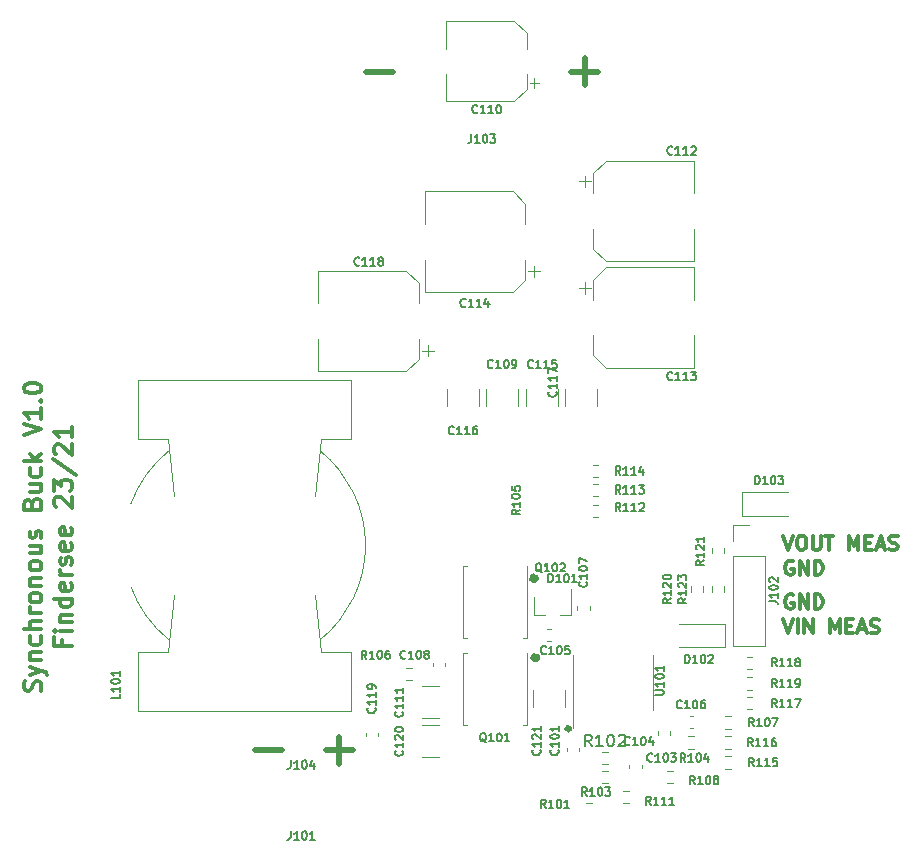
<source format=gbr>
%TF.GenerationSoftware,KiCad,Pcbnew,(5.1.7)-1*%
%TF.CreationDate,2021-06-08T22:26:36+03:00*%
%TF.ProjectId,SynchronousBuck,53796e63-6872-46f6-9e6f-75734275636b,rev?*%
%TF.SameCoordinates,Original*%
%TF.FileFunction,Legend,Top*%
%TF.FilePolarity,Positive*%
%FSLAX46Y46*%
G04 Gerber Fmt 4.6, Leading zero omitted, Abs format (unit mm)*
G04 Created by KiCad (PCBNEW (5.1.7)-1) date 2021-06-08 22:26:36*
%MOMM*%
%LPD*%
G01*
G04 APERTURE LIST*
%ADD10C,0.300000*%
%ADD11C,0.500000*%
%ADD12C,0.700000*%
%ADD13C,0.120000*%
%ADD14C,0.150000*%
G04 APERTURE END LIST*
D10*
X125531285Y-99492857D02*
X125931285Y-100692857D01*
X126331285Y-99492857D01*
X126959857Y-99492857D02*
X127188428Y-99492857D01*
X127302714Y-99550000D01*
X127417000Y-99664285D01*
X127474142Y-99892857D01*
X127474142Y-100292857D01*
X127417000Y-100521428D01*
X127302714Y-100635714D01*
X127188428Y-100692857D01*
X126959857Y-100692857D01*
X126845571Y-100635714D01*
X126731285Y-100521428D01*
X126674142Y-100292857D01*
X126674142Y-99892857D01*
X126731285Y-99664285D01*
X126845571Y-99550000D01*
X126959857Y-99492857D01*
X127988428Y-99492857D02*
X127988428Y-100464285D01*
X128045571Y-100578571D01*
X128102714Y-100635714D01*
X128217000Y-100692857D01*
X128445571Y-100692857D01*
X128559857Y-100635714D01*
X128617000Y-100578571D01*
X128674142Y-100464285D01*
X128674142Y-99492857D01*
X129074142Y-99492857D02*
X129759857Y-99492857D01*
X129417000Y-100692857D02*
X129417000Y-99492857D01*
X131074142Y-100692857D02*
X131074142Y-99492857D01*
X131474142Y-100350000D01*
X131874142Y-99492857D01*
X131874142Y-100692857D01*
X132445571Y-100064285D02*
X132845571Y-100064285D01*
X133017000Y-100692857D02*
X132445571Y-100692857D01*
X132445571Y-99492857D01*
X133017000Y-99492857D01*
X133474142Y-100350000D02*
X134045571Y-100350000D01*
X133359857Y-100692857D02*
X133759857Y-99492857D01*
X134159857Y-100692857D01*
X134502714Y-100635714D02*
X134674142Y-100692857D01*
X134959857Y-100692857D01*
X135074142Y-100635714D01*
X135131285Y-100578571D01*
X135188428Y-100464285D01*
X135188428Y-100350000D01*
X135131285Y-100235714D01*
X135074142Y-100178571D01*
X134959857Y-100121428D01*
X134731285Y-100064285D01*
X134617000Y-100007142D01*
X134559857Y-99950000D01*
X134502714Y-99835714D01*
X134502714Y-99721428D01*
X134559857Y-99607142D01*
X134617000Y-99550000D01*
X134731285Y-99492857D01*
X135017000Y-99492857D01*
X135188428Y-99550000D01*
X126331285Y-101650000D02*
X126217000Y-101592857D01*
X126045571Y-101592857D01*
X125874142Y-101650000D01*
X125759857Y-101764285D01*
X125702714Y-101878571D01*
X125645571Y-102107142D01*
X125645571Y-102278571D01*
X125702714Y-102507142D01*
X125759857Y-102621428D01*
X125874142Y-102735714D01*
X126045571Y-102792857D01*
X126159857Y-102792857D01*
X126331285Y-102735714D01*
X126388428Y-102678571D01*
X126388428Y-102278571D01*
X126159857Y-102278571D01*
X126902714Y-102792857D02*
X126902714Y-101592857D01*
X127588428Y-102792857D01*
X127588428Y-101592857D01*
X128159857Y-102792857D02*
X128159857Y-101592857D01*
X128445571Y-101592857D01*
X128617000Y-101650000D01*
X128731285Y-101764285D01*
X128788428Y-101878571D01*
X128845571Y-102107142D01*
X128845571Y-102278571D01*
X128788428Y-102507142D01*
X128731285Y-102621428D01*
X128617000Y-102735714D01*
X128445571Y-102792857D01*
X128159857Y-102792857D01*
D11*
X107400000Y-115824000D02*
G75*
G03*
X107400000Y-115824000I-100000J0D01*
G01*
D12*
X104600000Y-109800000D02*
G75*
G03*
X104600000Y-109800000I-100000J0D01*
G01*
X104500000Y-103100000D02*
G75*
G03*
X104500000Y-103100000I-100000J0D01*
G01*
D10*
X126331285Y-104522000D02*
X126217000Y-104464857D01*
X126045571Y-104464857D01*
X125874142Y-104522000D01*
X125759857Y-104636285D01*
X125702714Y-104750571D01*
X125645571Y-104979142D01*
X125645571Y-105150571D01*
X125702714Y-105379142D01*
X125759857Y-105493428D01*
X125874142Y-105607714D01*
X126045571Y-105664857D01*
X126159857Y-105664857D01*
X126331285Y-105607714D01*
X126388428Y-105550571D01*
X126388428Y-105150571D01*
X126159857Y-105150571D01*
X126902714Y-105664857D02*
X126902714Y-104464857D01*
X127588428Y-105664857D01*
X127588428Y-104464857D01*
X128159857Y-105664857D02*
X128159857Y-104464857D01*
X128445571Y-104464857D01*
X128617000Y-104522000D01*
X128731285Y-104636285D01*
X128788428Y-104750571D01*
X128845571Y-104979142D01*
X128845571Y-105150571D01*
X128788428Y-105379142D01*
X128731285Y-105493428D01*
X128617000Y-105607714D01*
X128445571Y-105664857D01*
X128159857Y-105664857D01*
X125531285Y-106564857D02*
X125931285Y-107764857D01*
X126331285Y-106564857D01*
X126731285Y-107764857D02*
X126731285Y-106564857D01*
X127302714Y-107764857D02*
X127302714Y-106564857D01*
X127988428Y-107764857D01*
X127988428Y-106564857D01*
X129474142Y-107764857D02*
X129474142Y-106564857D01*
X129874142Y-107422000D01*
X130274142Y-106564857D01*
X130274142Y-107764857D01*
X130845571Y-107136285D02*
X131245571Y-107136285D01*
X131417000Y-107764857D02*
X130845571Y-107764857D01*
X130845571Y-106564857D01*
X131417000Y-106564857D01*
X131874142Y-107422000D02*
X132445571Y-107422000D01*
X131759857Y-107764857D02*
X132159857Y-106564857D01*
X132559857Y-107764857D01*
X132902714Y-107707714D02*
X133074142Y-107764857D01*
X133359857Y-107764857D01*
X133474142Y-107707714D01*
X133531285Y-107650571D01*
X133588428Y-107536285D01*
X133588428Y-107422000D01*
X133531285Y-107307714D01*
X133474142Y-107250571D01*
X133359857Y-107193428D01*
X133131285Y-107136285D01*
X133017000Y-107079142D01*
X132959857Y-107022000D01*
X132902714Y-106907714D01*
X132902714Y-106793428D01*
X132959857Y-106679142D01*
X133017000Y-106622000D01*
X133131285Y-106564857D01*
X133417000Y-106564857D01*
X133588428Y-106622000D01*
D11*
X109857142Y-60185714D02*
X107571428Y-60185714D01*
X108714285Y-59042857D02*
X108714285Y-61328571D01*
X92428571Y-60185714D02*
X90142857Y-60185714D01*
D10*
X62632142Y-112635714D02*
X62703571Y-112421428D01*
X62703571Y-112064285D01*
X62632142Y-111921428D01*
X62560714Y-111850000D01*
X62417857Y-111778571D01*
X62275000Y-111778571D01*
X62132142Y-111850000D01*
X62060714Y-111921428D01*
X61989285Y-112064285D01*
X61917857Y-112350000D01*
X61846428Y-112492857D01*
X61775000Y-112564285D01*
X61632142Y-112635714D01*
X61489285Y-112635714D01*
X61346428Y-112564285D01*
X61275000Y-112492857D01*
X61203571Y-112350000D01*
X61203571Y-111992857D01*
X61275000Y-111778571D01*
X61703571Y-111278571D02*
X62703571Y-110921428D01*
X61703571Y-110564285D02*
X62703571Y-110921428D01*
X63060714Y-111064285D01*
X63132142Y-111135714D01*
X63203571Y-111278571D01*
X61703571Y-109992857D02*
X62703571Y-109992857D01*
X61846428Y-109992857D02*
X61775000Y-109921428D01*
X61703571Y-109778571D01*
X61703571Y-109564285D01*
X61775000Y-109421428D01*
X61917857Y-109350000D01*
X62703571Y-109350000D01*
X62632142Y-107992857D02*
X62703571Y-108135714D01*
X62703571Y-108421428D01*
X62632142Y-108564285D01*
X62560714Y-108635714D01*
X62417857Y-108707142D01*
X61989285Y-108707142D01*
X61846428Y-108635714D01*
X61775000Y-108564285D01*
X61703571Y-108421428D01*
X61703571Y-108135714D01*
X61775000Y-107992857D01*
X62703571Y-107350000D02*
X61203571Y-107350000D01*
X62703571Y-106707142D02*
X61917857Y-106707142D01*
X61775000Y-106778571D01*
X61703571Y-106921428D01*
X61703571Y-107135714D01*
X61775000Y-107278571D01*
X61846428Y-107350000D01*
X62703571Y-105992857D02*
X61703571Y-105992857D01*
X61989285Y-105992857D02*
X61846428Y-105921428D01*
X61775000Y-105850000D01*
X61703571Y-105707142D01*
X61703571Y-105564285D01*
X62703571Y-104850000D02*
X62632142Y-104992857D01*
X62560714Y-105064285D01*
X62417857Y-105135714D01*
X61989285Y-105135714D01*
X61846428Y-105064285D01*
X61775000Y-104992857D01*
X61703571Y-104850000D01*
X61703571Y-104635714D01*
X61775000Y-104492857D01*
X61846428Y-104421428D01*
X61989285Y-104350000D01*
X62417857Y-104350000D01*
X62560714Y-104421428D01*
X62632142Y-104492857D01*
X62703571Y-104635714D01*
X62703571Y-104850000D01*
X61703571Y-103707142D02*
X62703571Y-103707142D01*
X61846428Y-103707142D02*
X61775000Y-103635714D01*
X61703571Y-103492857D01*
X61703571Y-103278571D01*
X61775000Y-103135714D01*
X61917857Y-103064285D01*
X62703571Y-103064285D01*
X62703571Y-102135714D02*
X62632142Y-102278571D01*
X62560714Y-102350000D01*
X62417857Y-102421428D01*
X61989285Y-102421428D01*
X61846428Y-102350000D01*
X61775000Y-102278571D01*
X61703571Y-102135714D01*
X61703571Y-101921428D01*
X61775000Y-101778571D01*
X61846428Y-101707142D01*
X61989285Y-101635714D01*
X62417857Y-101635714D01*
X62560714Y-101707142D01*
X62632142Y-101778571D01*
X62703571Y-101921428D01*
X62703571Y-102135714D01*
X61703571Y-100350000D02*
X62703571Y-100350000D01*
X61703571Y-100992857D02*
X62489285Y-100992857D01*
X62632142Y-100921428D01*
X62703571Y-100778571D01*
X62703571Y-100564285D01*
X62632142Y-100421428D01*
X62560714Y-100350000D01*
X62632142Y-99707142D02*
X62703571Y-99564285D01*
X62703571Y-99278571D01*
X62632142Y-99135714D01*
X62489285Y-99064285D01*
X62417857Y-99064285D01*
X62275000Y-99135714D01*
X62203571Y-99278571D01*
X62203571Y-99492857D01*
X62132142Y-99635714D01*
X61989285Y-99707142D01*
X61917857Y-99707142D01*
X61775000Y-99635714D01*
X61703571Y-99492857D01*
X61703571Y-99278571D01*
X61775000Y-99135714D01*
X61917857Y-96778571D02*
X61989285Y-96564285D01*
X62060714Y-96492857D01*
X62203571Y-96421428D01*
X62417857Y-96421428D01*
X62560714Y-96492857D01*
X62632142Y-96564285D01*
X62703571Y-96707142D01*
X62703571Y-97278571D01*
X61203571Y-97278571D01*
X61203571Y-96778571D01*
X61275000Y-96635714D01*
X61346428Y-96564285D01*
X61489285Y-96492857D01*
X61632142Y-96492857D01*
X61775000Y-96564285D01*
X61846428Y-96635714D01*
X61917857Y-96778571D01*
X61917857Y-97278571D01*
X61703571Y-95135714D02*
X62703571Y-95135714D01*
X61703571Y-95778571D02*
X62489285Y-95778571D01*
X62632142Y-95707142D01*
X62703571Y-95564285D01*
X62703571Y-95350000D01*
X62632142Y-95207142D01*
X62560714Y-95135714D01*
X62632142Y-93778571D02*
X62703571Y-93921428D01*
X62703571Y-94207142D01*
X62632142Y-94350000D01*
X62560714Y-94421428D01*
X62417857Y-94492857D01*
X61989285Y-94492857D01*
X61846428Y-94421428D01*
X61775000Y-94350000D01*
X61703571Y-94207142D01*
X61703571Y-93921428D01*
X61775000Y-93778571D01*
X62703571Y-93135714D02*
X61203571Y-93135714D01*
X62132142Y-92992857D02*
X62703571Y-92564285D01*
X61703571Y-92564285D02*
X62275000Y-93135714D01*
X61203571Y-90992857D02*
X62703571Y-90492857D01*
X61203571Y-89992857D01*
X62703571Y-88707142D02*
X62703571Y-89564285D01*
X62703571Y-89135714D02*
X61203571Y-89135714D01*
X61417857Y-89278571D01*
X61560714Y-89421428D01*
X61632142Y-89564285D01*
X62560714Y-88064285D02*
X62632142Y-87992857D01*
X62703571Y-88064285D01*
X62632142Y-88135714D01*
X62560714Y-88064285D01*
X62703571Y-88064285D01*
X61203571Y-87064285D02*
X61203571Y-86921428D01*
X61275000Y-86778571D01*
X61346428Y-86707142D01*
X61489285Y-86635714D01*
X61775000Y-86564285D01*
X62132142Y-86564285D01*
X62417857Y-86635714D01*
X62560714Y-86707142D01*
X62632142Y-86778571D01*
X62703571Y-86921428D01*
X62703571Y-87064285D01*
X62632142Y-87207142D01*
X62560714Y-87278571D01*
X62417857Y-87350000D01*
X62132142Y-87421428D01*
X61775000Y-87421428D01*
X61489285Y-87350000D01*
X61346428Y-87278571D01*
X61275000Y-87207142D01*
X61203571Y-87064285D01*
X64467857Y-108314285D02*
X64467857Y-108814285D01*
X65253571Y-108814285D02*
X63753571Y-108814285D01*
X63753571Y-108100000D01*
X65253571Y-107528571D02*
X64253571Y-107528571D01*
X63753571Y-107528571D02*
X63825000Y-107600000D01*
X63896428Y-107528571D01*
X63825000Y-107457142D01*
X63753571Y-107528571D01*
X63896428Y-107528571D01*
X64253571Y-106814285D02*
X65253571Y-106814285D01*
X64396428Y-106814285D02*
X64325000Y-106742857D01*
X64253571Y-106600000D01*
X64253571Y-106385714D01*
X64325000Y-106242857D01*
X64467857Y-106171428D01*
X65253571Y-106171428D01*
X65253571Y-104814285D02*
X63753571Y-104814285D01*
X65182142Y-104814285D02*
X65253571Y-104957142D01*
X65253571Y-105242857D01*
X65182142Y-105385714D01*
X65110714Y-105457142D01*
X64967857Y-105528571D01*
X64539285Y-105528571D01*
X64396428Y-105457142D01*
X64325000Y-105385714D01*
X64253571Y-105242857D01*
X64253571Y-104957142D01*
X64325000Y-104814285D01*
X65182142Y-103528571D02*
X65253571Y-103671428D01*
X65253571Y-103957142D01*
X65182142Y-104100000D01*
X65039285Y-104171428D01*
X64467857Y-104171428D01*
X64325000Y-104100000D01*
X64253571Y-103957142D01*
X64253571Y-103671428D01*
X64325000Y-103528571D01*
X64467857Y-103457142D01*
X64610714Y-103457142D01*
X64753571Y-104171428D01*
X65253571Y-102814285D02*
X64253571Y-102814285D01*
X64539285Y-102814285D02*
X64396428Y-102742857D01*
X64325000Y-102671428D01*
X64253571Y-102528571D01*
X64253571Y-102385714D01*
X65182142Y-101957142D02*
X65253571Y-101814285D01*
X65253571Y-101528571D01*
X65182142Y-101385714D01*
X65039285Y-101314285D01*
X64967857Y-101314285D01*
X64825000Y-101385714D01*
X64753571Y-101528571D01*
X64753571Y-101742857D01*
X64682142Y-101885714D01*
X64539285Y-101957142D01*
X64467857Y-101957142D01*
X64325000Y-101885714D01*
X64253571Y-101742857D01*
X64253571Y-101528571D01*
X64325000Y-101385714D01*
X65182142Y-100100000D02*
X65253571Y-100242857D01*
X65253571Y-100528571D01*
X65182142Y-100671428D01*
X65039285Y-100742857D01*
X64467857Y-100742857D01*
X64325000Y-100671428D01*
X64253571Y-100528571D01*
X64253571Y-100242857D01*
X64325000Y-100100000D01*
X64467857Y-100028571D01*
X64610714Y-100028571D01*
X64753571Y-100742857D01*
X65182142Y-98814285D02*
X65253571Y-98957142D01*
X65253571Y-99242857D01*
X65182142Y-99385714D01*
X65039285Y-99457142D01*
X64467857Y-99457142D01*
X64325000Y-99385714D01*
X64253571Y-99242857D01*
X64253571Y-98957142D01*
X64325000Y-98814285D01*
X64467857Y-98742857D01*
X64610714Y-98742857D01*
X64753571Y-99457142D01*
X63896428Y-97028571D02*
X63825000Y-96957142D01*
X63753571Y-96814285D01*
X63753571Y-96457142D01*
X63825000Y-96314285D01*
X63896428Y-96242857D01*
X64039285Y-96171428D01*
X64182142Y-96171428D01*
X64396428Y-96242857D01*
X65253571Y-97100000D01*
X65253571Y-96171428D01*
X63753571Y-95671428D02*
X63753571Y-94742857D01*
X64325000Y-95242857D01*
X64325000Y-95028571D01*
X64396428Y-94885714D01*
X64467857Y-94814285D01*
X64610714Y-94742857D01*
X64967857Y-94742857D01*
X65110714Y-94814285D01*
X65182142Y-94885714D01*
X65253571Y-95028571D01*
X65253571Y-95457142D01*
X65182142Y-95600000D01*
X65110714Y-95671428D01*
X63682142Y-93028571D02*
X65610714Y-94314285D01*
X63896428Y-92600000D02*
X63825000Y-92528571D01*
X63753571Y-92385714D01*
X63753571Y-92028571D01*
X63825000Y-91885714D01*
X63896428Y-91814285D01*
X64039285Y-91742857D01*
X64182142Y-91742857D01*
X64396428Y-91814285D01*
X65253571Y-92671428D01*
X65253571Y-91742857D01*
X65253571Y-90314285D02*
X65253571Y-91171428D01*
X65253571Y-90742857D02*
X63753571Y-90742857D01*
X63967857Y-90885714D01*
X64110714Y-91028571D01*
X64182142Y-91171428D01*
D11*
X89042857Y-117641714D02*
X86757142Y-117641714D01*
X87900000Y-116498857D02*
X87900000Y-118784571D01*
X83042857Y-117641714D02*
X80757142Y-117641714D01*
D13*
%TO.C,R102*%
X110162742Y-117777500D02*
X110637258Y-117777500D01*
X110162742Y-118822500D02*
X110637258Y-118822500D01*
%TO.C,R120*%
X118722500Y-104237258D02*
X118722500Y-103762742D01*
X117677500Y-104237258D02*
X117677500Y-103762742D01*
%TO.C,D103*%
X122050000Y-95800000D02*
X125950000Y-95800000D01*
X122050000Y-97800000D02*
X125950000Y-97800000D01*
X122050000Y-95800000D02*
X122050000Y-97800000D01*
%TO.C,D102*%
X120614000Y-108950000D02*
X116714000Y-108950000D01*
X120614000Y-106950000D02*
X116714000Y-106950000D01*
X120614000Y-108950000D02*
X120614000Y-106950000D01*
%TO.C,C114*%
X95140000Y-70340000D02*
X95140000Y-73090000D01*
X95140000Y-78860000D02*
X95140000Y-76110000D01*
X102595563Y-78860000D02*
X95140000Y-78860000D01*
X102595563Y-70340000D02*
X95140000Y-70340000D01*
X103660000Y-71404437D02*
X103660000Y-73090000D01*
X103660000Y-77795563D02*
X103660000Y-76110000D01*
X103660000Y-77795563D02*
X102595563Y-78860000D01*
X103660000Y-71404437D02*
X102595563Y-70340000D01*
X104900000Y-77110000D02*
X103900000Y-77110000D01*
X104400000Y-77610000D02*
X104400000Y-76610000D01*
%TO.C,C113*%
X117960000Y-85260000D02*
X117960000Y-82510000D01*
X117960000Y-76740000D02*
X117960000Y-79490000D01*
X110504437Y-76740000D02*
X117960000Y-76740000D01*
X110504437Y-85260000D02*
X117960000Y-85260000D01*
X109440000Y-84195563D02*
X109440000Y-82510000D01*
X109440000Y-77804437D02*
X109440000Y-79490000D01*
X109440000Y-77804437D02*
X110504437Y-76740000D01*
X109440000Y-84195563D02*
X110504437Y-85260000D01*
X108200000Y-78490000D02*
X109200000Y-78490000D01*
X108700000Y-77990000D02*
X108700000Y-78990000D01*
%TO.C,C118*%
X86140000Y-77040000D02*
X86140000Y-79790000D01*
X86140000Y-85560000D02*
X86140000Y-82810000D01*
X93595563Y-85560000D02*
X86140000Y-85560000D01*
X93595563Y-77040000D02*
X86140000Y-77040000D01*
X94660000Y-78104437D02*
X94660000Y-79790000D01*
X94660000Y-84495563D02*
X94660000Y-82810000D01*
X94660000Y-84495563D02*
X93595563Y-85560000D01*
X94660000Y-78104437D02*
X93595563Y-77040000D01*
X95900000Y-83810000D02*
X94900000Y-83810000D01*
X95400000Y-84310000D02*
X95400000Y-83310000D01*
%TO.C,C112*%
X117960000Y-76260000D02*
X117960000Y-73510000D01*
X117960000Y-67740000D02*
X117960000Y-70490000D01*
X110504437Y-67740000D02*
X117960000Y-67740000D01*
X110504437Y-76260000D02*
X117960000Y-76260000D01*
X109440000Y-75195563D02*
X109440000Y-73510000D01*
X109440000Y-68804437D02*
X109440000Y-70490000D01*
X109440000Y-68804437D02*
X110504437Y-67740000D01*
X109440000Y-75195563D02*
X110504437Y-76260000D01*
X108200000Y-69490000D02*
X109200000Y-69490000D01*
X108700000Y-68990000D02*
X108700000Y-69990000D01*
%TO.C,C110*%
X96990000Y-55890000D02*
X96990000Y-58240000D01*
X96990000Y-62710000D02*
X96990000Y-60360000D01*
X102745563Y-62710000D02*
X96990000Y-62710000D01*
X102745563Y-55890000D02*
X96990000Y-55890000D01*
X103810000Y-56954437D02*
X103810000Y-58240000D01*
X103810000Y-61645563D02*
X103810000Y-60360000D01*
X103810000Y-61645563D02*
X102745563Y-62710000D01*
X103810000Y-56954437D02*
X102745563Y-55890000D01*
X104837500Y-61147500D02*
X104050000Y-61147500D01*
X104443750Y-61541250D02*
X104443750Y-60753750D01*
%TO.C,R123*%
X119477500Y-104237258D02*
X119477500Y-103762742D01*
X120522500Y-104237258D02*
X120522500Y-103762742D01*
%TO.C,C121*%
X104340000Y-114011252D02*
X104340000Y-112588748D01*
X107060000Y-114011252D02*
X107060000Y-112588748D01*
%TO.C,C120*%
X96386252Y-118260000D02*
X94963748Y-118260000D01*
X96386252Y-115540000D02*
X94963748Y-115540000D01*
%TO.C,C119*%
X90190000Y-116440580D02*
X90190000Y-116159420D01*
X91210000Y-116440580D02*
X91210000Y-116159420D01*
%TO.C,C115*%
X106460000Y-87088748D02*
X106460000Y-88511252D01*
X103740000Y-87088748D02*
X103740000Y-88511252D01*
%TO.C,L101*%
X73400000Y-91300000D02*
X73900000Y-96100000D01*
X70900000Y-91300000D02*
X73400000Y-91300000D01*
X70900000Y-86300000D02*
X70900000Y-91300000D01*
X88900000Y-86300000D02*
X70900000Y-86300000D01*
X88900000Y-91300000D02*
X88900000Y-86300000D01*
X88800000Y-91300000D02*
X88900000Y-91300000D01*
X86400000Y-91300000D02*
X88800000Y-91300000D01*
X85900000Y-96100000D02*
X86400000Y-91300000D01*
X86400000Y-109300000D02*
X85900000Y-104500000D01*
X73400000Y-109300000D02*
X73900000Y-104500000D01*
X88900000Y-109300000D02*
X86400000Y-109300000D01*
X88900000Y-114300000D02*
X88900000Y-109300000D01*
X70900000Y-109300000D02*
X73400000Y-109300000D01*
X70900000Y-114300000D02*
X70900000Y-109300000D01*
X88800000Y-114300000D02*
X70900000Y-114300000D01*
X70274750Y-96790794D02*
G75*
G02*
X73500001Y-92300001I9625250J-3509206D01*
G01*
X70274750Y-103809206D02*
G75*
G03*
X73500001Y-108299999I9625250J3509206D01*
G01*
X86299999Y-92300001D02*
G75*
G02*
X86299999Y-108299999I-6399999J-7999999D01*
G01*
%TO.C,U101*%
X114500000Y-109590000D02*
X114500000Y-114210000D01*
X107700000Y-109590000D02*
X107700000Y-115760000D01*
%TO.C,C117*%
X107040000Y-87088748D02*
X107040000Y-88511252D01*
X109760000Y-87088748D02*
X109760000Y-88511252D01*
%TO.C,C116*%
X97040000Y-87088748D02*
X97040000Y-88511252D01*
X99760000Y-87088748D02*
X99760000Y-88511252D01*
%TO.C,R121*%
X119477500Y-100987258D02*
X119477500Y-100512742D01*
X120522500Y-100987258D02*
X120522500Y-100512742D01*
%TO.C,R119*%
X122887258Y-112522500D02*
X122412742Y-112522500D01*
X122887258Y-111477500D02*
X122412742Y-111477500D01*
%TO.C,R118*%
X122412742Y-109727500D02*
X122887258Y-109727500D01*
X122412742Y-110772500D02*
X122887258Y-110772500D01*
%TO.C,R117*%
X122887258Y-114172500D02*
X122412742Y-114172500D01*
X122887258Y-113127500D02*
X122412742Y-113127500D01*
%TO.C,J102*%
X121270000Y-108850000D02*
X123930000Y-108850000D01*
X121270000Y-101170000D02*
X121270000Y-108850000D01*
X123930000Y-101170000D02*
X123930000Y-108850000D01*
X121270000Y-101170000D02*
X123930000Y-101170000D01*
X121270000Y-99900000D02*
X121270000Y-98570000D01*
X121270000Y-98570000D02*
X122600000Y-98570000D01*
%TO.C,C102*%
X110992164Y-116440000D02*
X111207836Y-116440000D01*
X110992164Y-117160000D02*
X111207836Y-117160000D01*
%TO.C,C108*%
X96910000Y-110259420D02*
X96910000Y-110540580D01*
X95890000Y-110259420D02*
X95890000Y-110540580D01*
%TO.C,C107*%
X108090000Y-105740580D02*
X108090000Y-105459420D01*
X109110000Y-105740580D02*
X109110000Y-105459420D01*
%TO.C,C106*%
X117865580Y-115810000D02*
X117584420Y-115810000D01*
X117865580Y-114790000D02*
X117584420Y-114790000D01*
%TO.C,C105*%
X105815580Y-108410000D02*
X105534420Y-108410000D01*
X105815580Y-107390000D02*
X105534420Y-107390000D01*
%TO.C,C104*%
X114915000Y-116340580D02*
X114915000Y-116059420D01*
X115935000Y-116340580D02*
X115935000Y-116059420D01*
%TO.C,C103*%
X113510000Y-118859420D02*
X113510000Y-119140580D01*
X112490000Y-118859420D02*
X112490000Y-119140580D01*
%TO.C,R116*%
X121062258Y-117522500D02*
X120587742Y-117522500D01*
X121062258Y-116477500D02*
X120587742Y-116477500D01*
%TO.C,R115*%
X121062258Y-119222500D02*
X120587742Y-119222500D01*
X121062258Y-118177500D02*
X120587742Y-118177500D01*
%TO.C,R114*%
X109362742Y-93477500D02*
X109837258Y-93477500D01*
X109362742Y-94522500D02*
X109837258Y-94522500D01*
%TO.C,R113*%
X109362742Y-95077500D02*
X109837258Y-95077500D01*
X109362742Y-96122500D02*
X109837258Y-96122500D01*
%TO.C,R112*%
X109362742Y-96877500D02*
X109837258Y-96877500D01*
X109362742Y-97922500D02*
X109837258Y-97922500D01*
%TO.C,R111*%
X112412258Y-122122500D02*
X111937742Y-122122500D01*
X112412258Y-121077500D02*
X111937742Y-121077500D01*
%TO.C,Q102*%
X98415000Y-108160000D02*
X98415000Y-102040000D01*
X103785000Y-108160000D02*
X103785000Y-102040000D01*
X98765000Y-102040000D02*
X98415000Y-102040000D01*
X98715000Y-108160000D02*
X98415000Y-108160000D01*
X103485000Y-108160000D02*
X103785000Y-108160000D01*
%TO.C,R108*%
X116137258Y-120422500D02*
X115662742Y-120422500D01*
X116137258Y-119377500D02*
X115662742Y-119377500D01*
%TO.C,R107*%
X120587742Y-114777500D02*
X121062258Y-114777500D01*
X120587742Y-115822500D02*
X121062258Y-115822500D01*
%TO.C,R106*%
X94037258Y-111722500D02*
X93562742Y-111722500D01*
X94037258Y-110677500D02*
X93562742Y-110677500D01*
%TO.C,R104*%
X117962258Y-117522500D02*
X117487742Y-117522500D01*
X117962258Y-116477500D02*
X117487742Y-116477500D01*
%TO.C,R103*%
X110162742Y-119377500D02*
X110637258Y-119377500D01*
X110162742Y-120422500D02*
X110637258Y-120422500D01*
%TO.C,R101*%
X109312258Y-122122500D02*
X108837742Y-122122500D01*
X109312258Y-121077500D02*
X108837742Y-121077500D01*
%TO.C,Q101*%
X98415000Y-115510000D02*
X98415000Y-109390000D01*
X103785000Y-115510000D02*
X103785000Y-109390000D01*
X98765000Y-109390000D02*
X98415000Y-109390000D01*
X98715000Y-115510000D02*
X98415000Y-115510000D01*
X103485000Y-115510000D02*
X103785000Y-115510000D01*
%TO.C,D101*%
X104420000Y-106160000D02*
X105350000Y-106160000D01*
X107580000Y-106160000D02*
X106650000Y-106160000D01*
X107580000Y-106160000D02*
X107580000Y-104000000D01*
X104420000Y-106160000D02*
X104420000Y-104700000D01*
%TO.C,C111*%
X96386252Y-114960000D02*
X94963748Y-114960000D01*
X96386252Y-112240000D02*
X94963748Y-112240000D01*
%TO.C,C109*%
X103060000Y-87088748D02*
X103060000Y-88511252D01*
X100340000Y-87088748D02*
X100340000Y-88511252D01*
%TO.C,C101*%
X108210000Y-117459420D02*
X108210000Y-117740580D01*
X107190000Y-117459420D02*
X107190000Y-117740580D01*
%TO.C,R102*%
D14*
X109280952Y-117322380D02*
X108947619Y-116846190D01*
X108709523Y-117322380D02*
X108709523Y-116322380D01*
X109090476Y-116322380D01*
X109185714Y-116370000D01*
X109233333Y-116417619D01*
X109280952Y-116512857D01*
X109280952Y-116655714D01*
X109233333Y-116750952D01*
X109185714Y-116798571D01*
X109090476Y-116846190D01*
X108709523Y-116846190D01*
X110233333Y-117322380D02*
X109661904Y-117322380D01*
X109947619Y-117322380D02*
X109947619Y-116322380D01*
X109852380Y-116465238D01*
X109757142Y-116560476D01*
X109661904Y-116608095D01*
X110852380Y-116322380D02*
X110947619Y-116322380D01*
X111042857Y-116370000D01*
X111090476Y-116417619D01*
X111138095Y-116512857D01*
X111185714Y-116703333D01*
X111185714Y-116941428D01*
X111138095Y-117131904D01*
X111090476Y-117227142D01*
X111042857Y-117274761D01*
X110947619Y-117322380D01*
X110852380Y-117322380D01*
X110757142Y-117274761D01*
X110709523Y-117227142D01*
X110661904Y-117131904D01*
X110614285Y-116941428D01*
X110614285Y-116703333D01*
X110661904Y-116512857D01*
X110709523Y-116417619D01*
X110757142Y-116370000D01*
X110852380Y-116322380D01*
X111566666Y-116417619D02*
X111614285Y-116370000D01*
X111709523Y-116322380D01*
X111947619Y-116322380D01*
X112042857Y-116370000D01*
X112090476Y-116417619D01*
X112138095Y-116512857D01*
X112138095Y-116608095D01*
X112090476Y-116750952D01*
X111519047Y-117322380D01*
X112138095Y-117322380D01*
%TO.C,R120*%
X116016666Y-104783333D02*
X115683333Y-105016666D01*
X116016666Y-105183333D02*
X115316666Y-105183333D01*
X115316666Y-104916666D01*
X115350000Y-104850000D01*
X115383333Y-104816666D01*
X115450000Y-104783333D01*
X115550000Y-104783333D01*
X115616666Y-104816666D01*
X115650000Y-104850000D01*
X115683333Y-104916666D01*
X115683333Y-105183333D01*
X116016666Y-104116666D02*
X116016666Y-104516666D01*
X116016666Y-104316666D02*
X115316666Y-104316666D01*
X115416666Y-104383333D01*
X115483333Y-104450000D01*
X115516666Y-104516666D01*
X115383333Y-103850000D02*
X115350000Y-103816666D01*
X115316666Y-103750000D01*
X115316666Y-103583333D01*
X115350000Y-103516666D01*
X115383333Y-103483333D01*
X115450000Y-103450000D01*
X115516666Y-103450000D01*
X115616666Y-103483333D01*
X116016666Y-103883333D01*
X116016666Y-103450000D01*
X115316666Y-103016666D02*
X115316666Y-102950000D01*
X115350000Y-102883333D01*
X115383333Y-102850000D01*
X115450000Y-102816666D01*
X115583333Y-102783333D01*
X115750000Y-102783333D01*
X115883333Y-102816666D01*
X115950000Y-102850000D01*
X115983333Y-102883333D01*
X116016666Y-102950000D01*
X116016666Y-103016666D01*
X115983333Y-103083333D01*
X115950000Y-103116666D01*
X115883333Y-103150000D01*
X115750000Y-103183333D01*
X115583333Y-103183333D01*
X115450000Y-103150000D01*
X115383333Y-103116666D01*
X115350000Y-103083333D01*
X115316666Y-103016666D01*
%TO.C,D103*%
X123116666Y-95116666D02*
X123116666Y-94416666D01*
X123283333Y-94416666D01*
X123383333Y-94450000D01*
X123450000Y-94516666D01*
X123483333Y-94583333D01*
X123516666Y-94716666D01*
X123516666Y-94816666D01*
X123483333Y-94950000D01*
X123450000Y-95016666D01*
X123383333Y-95083333D01*
X123283333Y-95116666D01*
X123116666Y-95116666D01*
X124183333Y-95116666D02*
X123783333Y-95116666D01*
X123983333Y-95116666D02*
X123983333Y-94416666D01*
X123916666Y-94516666D01*
X123850000Y-94583333D01*
X123783333Y-94616666D01*
X124616666Y-94416666D02*
X124683333Y-94416666D01*
X124750000Y-94450000D01*
X124783333Y-94483333D01*
X124816666Y-94550000D01*
X124850000Y-94683333D01*
X124850000Y-94850000D01*
X124816666Y-94983333D01*
X124783333Y-95050000D01*
X124750000Y-95083333D01*
X124683333Y-95116666D01*
X124616666Y-95116666D01*
X124550000Y-95083333D01*
X124516666Y-95050000D01*
X124483333Y-94983333D01*
X124450000Y-94850000D01*
X124450000Y-94683333D01*
X124483333Y-94550000D01*
X124516666Y-94483333D01*
X124550000Y-94450000D01*
X124616666Y-94416666D01*
X125083333Y-94416666D02*
X125516666Y-94416666D01*
X125283333Y-94683333D01*
X125383333Y-94683333D01*
X125450000Y-94716666D01*
X125483333Y-94750000D01*
X125516666Y-94816666D01*
X125516666Y-94983333D01*
X125483333Y-95050000D01*
X125450000Y-95083333D01*
X125383333Y-95116666D01*
X125183333Y-95116666D01*
X125116666Y-95083333D01*
X125083333Y-95050000D01*
%TO.C,D102*%
X117180666Y-110266666D02*
X117180666Y-109566666D01*
X117347333Y-109566666D01*
X117447333Y-109600000D01*
X117514000Y-109666666D01*
X117547333Y-109733333D01*
X117580666Y-109866666D01*
X117580666Y-109966666D01*
X117547333Y-110100000D01*
X117514000Y-110166666D01*
X117447333Y-110233333D01*
X117347333Y-110266666D01*
X117180666Y-110266666D01*
X118247333Y-110266666D02*
X117847333Y-110266666D01*
X118047333Y-110266666D02*
X118047333Y-109566666D01*
X117980666Y-109666666D01*
X117914000Y-109733333D01*
X117847333Y-109766666D01*
X118680666Y-109566666D02*
X118747333Y-109566666D01*
X118814000Y-109600000D01*
X118847333Y-109633333D01*
X118880666Y-109700000D01*
X118914000Y-109833333D01*
X118914000Y-110000000D01*
X118880666Y-110133333D01*
X118847333Y-110200000D01*
X118814000Y-110233333D01*
X118747333Y-110266666D01*
X118680666Y-110266666D01*
X118614000Y-110233333D01*
X118580666Y-110200000D01*
X118547333Y-110133333D01*
X118514000Y-110000000D01*
X118514000Y-109833333D01*
X118547333Y-109700000D01*
X118580666Y-109633333D01*
X118614000Y-109600000D01*
X118680666Y-109566666D01*
X119180666Y-109633333D02*
X119214000Y-109600000D01*
X119280666Y-109566666D01*
X119447333Y-109566666D01*
X119514000Y-109600000D01*
X119547333Y-109633333D01*
X119580666Y-109700000D01*
X119580666Y-109766666D01*
X119547333Y-109866666D01*
X119147333Y-110266666D01*
X119580666Y-110266666D01*
%TO.C,C114*%
X98616666Y-80050000D02*
X98583333Y-80083333D01*
X98483333Y-80116666D01*
X98416666Y-80116666D01*
X98316666Y-80083333D01*
X98250000Y-80016666D01*
X98216666Y-79950000D01*
X98183333Y-79816666D01*
X98183333Y-79716666D01*
X98216666Y-79583333D01*
X98250000Y-79516666D01*
X98316666Y-79450000D01*
X98416666Y-79416666D01*
X98483333Y-79416666D01*
X98583333Y-79450000D01*
X98616666Y-79483333D01*
X99283333Y-80116666D02*
X98883333Y-80116666D01*
X99083333Y-80116666D02*
X99083333Y-79416666D01*
X99016666Y-79516666D01*
X98950000Y-79583333D01*
X98883333Y-79616666D01*
X99950000Y-80116666D02*
X99550000Y-80116666D01*
X99750000Y-80116666D02*
X99750000Y-79416666D01*
X99683333Y-79516666D01*
X99616666Y-79583333D01*
X99550000Y-79616666D01*
X100550000Y-79650000D02*
X100550000Y-80116666D01*
X100383333Y-79383333D02*
X100216666Y-79883333D01*
X100650000Y-79883333D01*
%TO.C,C113*%
X116116666Y-86250000D02*
X116083333Y-86283333D01*
X115983333Y-86316666D01*
X115916666Y-86316666D01*
X115816666Y-86283333D01*
X115750000Y-86216666D01*
X115716666Y-86150000D01*
X115683333Y-86016666D01*
X115683333Y-85916666D01*
X115716666Y-85783333D01*
X115750000Y-85716666D01*
X115816666Y-85650000D01*
X115916666Y-85616666D01*
X115983333Y-85616666D01*
X116083333Y-85650000D01*
X116116666Y-85683333D01*
X116783333Y-86316666D02*
X116383333Y-86316666D01*
X116583333Y-86316666D02*
X116583333Y-85616666D01*
X116516666Y-85716666D01*
X116450000Y-85783333D01*
X116383333Y-85816666D01*
X117450000Y-86316666D02*
X117050000Y-86316666D01*
X117250000Y-86316666D02*
X117250000Y-85616666D01*
X117183333Y-85716666D01*
X117116666Y-85783333D01*
X117050000Y-85816666D01*
X117683333Y-85616666D02*
X118116666Y-85616666D01*
X117883333Y-85883333D01*
X117983333Y-85883333D01*
X118050000Y-85916666D01*
X118083333Y-85950000D01*
X118116666Y-86016666D01*
X118116666Y-86183333D01*
X118083333Y-86250000D01*
X118050000Y-86283333D01*
X117983333Y-86316666D01*
X117783333Y-86316666D01*
X117716666Y-86283333D01*
X117683333Y-86250000D01*
%TO.C,C118*%
X89616666Y-76550000D02*
X89583333Y-76583333D01*
X89483333Y-76616666D01*
X89416666Y-76616666D01*
X89316666Y-76583333D01*
X89250000Y-76516666D01*
X89216666Y-76450000D01*
X89183333Y-76316666D01*
X89183333Y-76216666D01*
X89216666Y-76083333D01*
X89250000Y-76016666D01*
X89316666Y-75950000D01*
X89416666Y-75916666D01*
X89483333Y-75916666D01*
X89583333Y-75950000D01*
X89616666Y-75983333D01*
X90283333Y-76616666D02*
X89883333Y-76616666D01*
X90083333Y-76616666D02*
X90083333Y-75916666D01*
X90016666Y-76016666D01*
X89950000Y-76083333D01*
X89883333Y-76116666D01*
X90950000Y-76616666D02*
X90550000Y-76616666D01*
X90750000Y-76616666D02*
X90750000Y-75916666D01*
X90683333Y-76016666D01*
X90616666Y-76083333D01*
X90550000Y-76116666D01*
X91350000Y-76216666D02*
X91283333Y-76183333D01*
X91250000Y-76150000D01*
X91216666Y-76083333D01*
X91216666Y-76050000D01*
X91250000Y-75983333D01*
X91283333Y-75950000D01*
X91350000Y-75916666D01*
X91483333Y-75916666D01*
X91550000Y-75950000D01*
X91583333Y-75983333D01*
X91616666Y-76050000D01*
X91616666Y-76083333D01*
X91583333Y-76150000D01*
X91550000Y-76183333D01*
X91483333Y-76216666D01*
X91350000Y-76216666D01*
X91283333Y-76250000D01*
X91250000Y-76283333D01*
X91216666Y-76350000D01*
X91216666Y-76483333D01*
X91250000Y-76550000D01*
X91283333Y-76583333D01*
X91350000Y-76616666D01*
X91483333Y-76616666D01*
X91550000Y-76583333D01*
X91583333Y-76550000D01*
X91616666Y-76483333D01*
X91616666Y-76350000D01*
X91583333Y-76283333D01*
X91550000Y-76250000D01*
X91483333Y-76216666D01*
%TO.C,C112*%
X116116666Y-67150000D02*
X116083333Y-67183333D01*
X115983333Y-67216666D01*
X115916666Y-67216666D01*
X115816666Y-67183333D01*
X115750000Y-67116666D01*
X115716666Y-67050000D01*
X115683333Y-66916666D01*
X115683333Y-66816666D01*
X115716666Y-66683333D01*
X115750000Y-66616666D01*
X115816666Y-66550000D01*
X115916666Y-66516666D01*
X115983333Y-66516666D01*
X116083333Y-66550000D01*
X116116666Y-66583333D01*
X116783333Y-67216666D02*
X116383333Y-67216666D01*
X116583333Y-67216666D02*
X116583333Y-66516666D01*
X116516666Y-66616666D01*
X116450000Y-66683333D01*
X116383333Y-66716666D01*
X117450000Y-67216666D02*
X117050000Y-67216666D01*
X117250000Y-67216666D02*
X117250000Y-66516666D01*
X117183333Y-66616666D01*
X117116666Y-66683333D01*
X117050000Y-66716666D01*
X117716666Y-66583333D02*
X117750000Y-66550000D01*
X117816666Y-66516666D01*
X117983333Y-66516666D01*
X118050000Y-66550000D01*
X118083333Y-66583333D01*
X118116666Y-66650000D01*
X118116666Y-66716666D01*
X118083333Y-66816666D01*
X117683333Y-67216666D01*
X118116666Y-67216666D01*
%TO.C,C110*%
X99616666Y-63650000D02*
X99583333Y-63683333D01*
X99483333Y-63716666D01*
X99416666Y-63716666D01*
X99316666Y-63683333D01*
X99250000Y-63616666D01*
X99216666Y-63550000D01*
X99183333Y-63416666D01*
X99183333Y-63316666D01*
X99216666Y-63183333D01*
X99250000Y-63116666D01*
X99316666Y-63050000D01*
X99416666Y-63016666D01*
X99483333Y-63016666D01*
X99583333Y-63050000D01*
X99616666Y-63083333D01*
X100283333Y-63716666D02*
X99883333Y-63716666D01*
X100083333Y-63716666D02*
X100083333Y-63016666D01*
X100016666Y-63116666D01*
X99950000Y-63183333D01*
X99883333Y-63216666D01*
X100950000Y-63716666D02*
X100550000Y-63716666D01*
X100750000Y-63716666D02*
X100750000Y-63016666D01*
X100683333Y-63116666D01*
X100616666Y-63183333D01*
X100550000Y-63216666D01*
X101383333Y-63016666D02*
X101450000Y-63016666D01*
X101516666Y-63050000D01*
X101550000Y-63083333D01*
X101583333Y-63150000D01*
X101616666Y-63283333D01*
X101616666Y-63450000D01*
X101583333Y-63583333D01*
X101550000Y-63650000D01*
X101516666Y-63683333D01*
X101450000Y-63716666D01*
X101383333Y-63716666D01*
X101316666Y-63683333D01*
X101283333Y-63650000D01*
X101250000Y-63583333D01*
X101216666Y-63450000D01*
X101216666Y-63283333D01*
X101250000Y-63150000D01*
X101283333Y-63083333D01*
X101316666Y-63050000D01*
X101383333Y-63016666D01*
%TO.C,J104*%
X83800000Y-118516666D02*
X83800000Y-119016666D01*
X83766666Y-119116666D01*
X83700000Y-119183333D01*
X83600000Y-119216666D01*
X83533333Y-119216666D01*
X84500000Y-119216666D02*
X84100000Y-119216666D01*
X84300000Y-119216666D02*
X84300000Y-118516666D01*
X84233333Y-118616666D01*
X84166666Y-118683333D01*
X84100000Y-118716666D01*
X84933333Y-118516666D02*
X85000000Y-118516666D01*
X85066666Y-118550000D01*
X85100000Y-118583333D01*
X85133333Y-118650000D01*
X85166666Y-118783333D01*
X85166666Y-118950000D01*
X85133333Y-119083333D01*
X85100000Y-119150000D01*
X85066666Y-119183333D01*
X85000000Y-119216666D01*
X84933333Y-119216666D01*
X84866666Y-119183333D01*
X84833333Y-119150000D01*
X84800000Y-119083333D01*
X84766666Y-118950000D01*
X84766666Y-118783333D01*
X84800000Y-118650000D01*
X84833333Y-118583333D01*
X84866666Y-118550000D01*
X84933333Y-118516666D01*
X85766666Y-118750000D02*
X85766666Y-119216666D01*
X85600000Y-118483333D02*
X85433333Y-118983333D01*
X85866666Y-118983333D01*
%TO.C,R123*%
X117316666Y-104783333D02*
X116983333Y-105016666D01*
X117316666Y-105183333D02*
X116616666Y-105183333D01*
X116616666Y-104916666D01*
X116650000Y-104850000D01*
X116683333Y-104816666D01*
X116750000Y-104783333D01*
X116850000Y-104783333D01*
X116916666Y-104816666D01*
X116950000Y-104850000D01*
X116983333Y-104916666D01*
X116983333Y-105183333D01*
X117316666Y-104116666D02*
X117316666Y-104516666D01*
X117316666Y-104316666D02*
X116616666Y-104316666D01*
X116716666Y-104383333D01*
X116783333Y-104450000D01*
X116816666Y-104516666D01*
X116683333Y-103850000D02*
X116650000Y-103816666D01*
X116616666Y-103750000D01*
X116616666Y-103583333D01*
X116650000Y-103516666D01*
X116683333Y-103483333D01*
X116750000Y-103450000D01*
X116816666Y-103450000D01*
X116916666Y-103483333D01*
X117316666Y-103883333D01*
X117316666Y-103450000D01*
X116616666Y-103216666D02*
X116616666Y-102783333D01*
X116883333Y-103016666D01*
X116883333Y-102916666D01*
X116916666Y-102850000D01*
X116950000Y-102816666D01*
X117016666Y-102783333D01*
X117183333Y-102783333D01*
X117250000Y-102816666D01*
X117283333Y-102850000D01*
X117316666Y-102916666D01*
X117316666Y-103116666D01*
X117283333Y-103183333D01*
X117250000Y-103216666D01*
%TO.C,C121*%
X104898000Y-117623333D02*
X104931333Y-117656666D01*
X104964666Y-117756666D01*
X104964666Y-117823333D01*
X104931333Y-117923333D01*
X104864666Y-117990000D01*
X104798000Y-118023333D01*
X104664666Y-118056666D01*
X104564666Y-118056666D01*
X104431333Y-118023333D01*
X104364666Y-117990000D01*
X104298000Y-117923333D01*
X104264666Y-117823333D01*
X104264666Y-117756666D01*
X104298000Y-117656666D01*
X104331333Y-117623333D01*
X104964666Y-116956666D02*
X104964666Y-117356666D01*
X104964666Y-117156666D02*
X104264666Y-117156666D01*
X104364666Y-117223333D01*
X104431333Y-117290000D01*
X104464666Y-117356666D01*
X104331333Y-116690000D02*
X104298000Y-116656666D01*
X104264666Y-116590000D01*
X104264666Y-116423333D01*
X104298000Y-116356666D01*
X104331333Y-116323333D01*
X104398000Y-116290000D01*
X104464666Y-116290000D01*
X104564666Y-116323333D01*
X104964666Y-116723333D01*
X104964666Y-116290000D01*
X104964666Y-115623333D02*
X104964666Y-116023333D01*
X104964666Y-115823333D02*
X104264666Y-115823333D01*
X104364666Y-115890000D01*
X104431333Y-115956666D01*
X104464666Y-116023333D01*
%TO.C,C120*%
X93250000Y-117683333D02*
X93283333Y-117716666D01*
X93316666Y-117816666D01*
X93316666Y-117883333D01*
X93283333Y-117983333D01*
X93216666Y-118050000D01*
X93150000Y-118083333D01*
X93016666Y-118116666D01*
X92916666Y-118116666D01*
X92783333Y-118083333D01*
X92716666Y-118050000D01*
X92650000Y-117983333D01*
X92616666Y-117883333D01*
X92616666Y-117816666D01*
X92650000Y-117716666D01*
X92683333Y-117683333D01*
X93316666Y-117016666D02*
X93316666Y-117416666D01*
X93316666Y-117216666D02*
X92616666Y-117216666D01*
X92716666Y-117283333D01*
X92783333Y-117350000D01*
X92816666Y-117416666D01*
X92683333Y-116750000D02*
X92650000Y-116716666D01*
X92616666Y-116650000D01*
X92616666Y-116483333D01*
X92650000Y-116416666D01*
X92683333Y-116383333D01*
X92750000Y-116350000D01*
X92816666Y-116350000D01*
X92916666Y-116383333D01*
X93316666Y-116783333D01*
X93316666Y-116350000D01*
X92616666Y-115916666D02*
X92616666Y-115850000D01*
X92650000Y-115783333D01*
X92683333Y-115750000D01*
X92750000Y-115716666D01*
X92883333Y-115683333D01*
X93050000Y-115683333D01*
X93183333Y-115716666D01*
X93250000Y-115750000D01*
X93283333Y-115783333D01*
X93316666Y-115850000D01*
X93316666Y-115916666D01*
X93283333Y-115983333D01*
X93250000Y-116016666D01*
X93183333Y-116050000D01*
X93050000Y-116083333D01*
X92883333Y-116083333D01*
X92750000Y-116050000D01*
X92683333Y-116016666D01*
X92650000Y-115983333D01*
X92616666Y-115916666D01*
%TO.C,C119*%
X90928000Y-114067333D02*
X90961333Y-114100666D01*
X90994666Y-114200666D01*
X90994666Y-114267333D01*
X90961333Y-114367333D01*
X90894666Y-114434000D01*
X90828000Y-114467333D01*
X90694666Y-114500666D01*
X90594666Y-114500666D01*
X90461333Y-114467333D01*
X90394666Y-114434000D01*
X90328000Y-114367333D01*
X90294666Y-114267333D01*
X90294666Y-114200666D01*
X90328000Y-114100666D01*
X90361333Y-114067333D01*
X90994666Y-113400666D02*
X90994666Y-113800666D01*
X90994666Y-113600666D02*
X90294666Y-113600666D01*
X90394666Y-113667333D01*
X90461333Y-113734000D01*
X90494666Y-113800666D01*
X90994666Y-112734000D02*
X90994666Y-113134000D01*
X90994666Y-112934000D02*
X90294666Y-112934000D01*
X90394666Y-113000666D01*
X90461333Y-113067333D01*
X90494666Y-113134000D01*
X90994666Y-112400666D02*
X90994666Y-112267333D01*
X90961333Y-112200666D01*
X90928000Y-112167333D01*
X90828000Y-112100666D01*
X90694666Y-112067333D01*
X90428000Y-112067333D01*
X90361333Y-112100666D01*
X90328000Y-112134000D01*
X90294666Y-112200666D01*
X90294666Y-112334000D01*
X90328000Y-112400666D01*
X90361333Y-112434000D01*
X90428000Y-112467333D01*
X90594666Y-112467333D01*
X90661333Y-112434000D01*
X90694666Y-112400666D01*
X90728000Y-112334000D01*
X90728000Y-112200666D01*
X90694666Y-112134000D01*
X90661333Y-112100666D01*
X90594666Y-112067333D01*
%TO.C,C115*%
X104316666Y-85250000D02*
X104283333Y-85283333D01*
X104183333Y-85316666D01*
X104116666Y-85316666D01*
X104016666Y-85283333D01*
X103950000Y-85216666D01*
X103916666Y-85150000D01*
X103883333Y-85016666D01*
X103883333Y-84916666D01*
X103916666Y-84783333D01*
X103950000Y-84716666D01*
X104016666Y-84650000D01*
X104116666Y-84616666D01*
X104183333Y-84616666D01*
X104283333Y-84650000D01*
X104316666Y-84683333D01*
X104983333Y-85316666D02*
X104583333Y-85316666D01*
X104783333Y-85316666D02*
X104783333Y-84616666D01*
X104716666Y-84716666D01*
X104650000Y-84783333D01*
X104583333Y-84816666D01*
X105650000Y-85316666D02*
X105250000Y-85316666D01*
X105450000Y-85316666D02*
X105450000Y-84616666D01*
X105383333Y-84716666D01*
X105316666Y-84783333D01*
X105250000Y-84816666D01*
X106283333Y-84616666D02*
X105950000Y-84616666D01*
X105916666Y-84950000D01*
X105950000Y-84916666D01*
X106016666Y-84883333D01*
X106183333Y-84883333D01*
X106250000Y-84916666D01*
X106283333Y-84950000D01*
X106316666Y-85016666D01*
X106316666Y-85183333D01*
X106283333Y-85250000D01*
X106250000Y-85283333D01*
X106183333Y-85316666D01*
X106016666Y-85316666D01*
X105950000Y-85283333D01*
X105916666Y-85250000D01*
%TO.C,L101*%
X69316666Y-112883333D02*
X69316666Y-113216666D01*
X68616666Y-113216666D01*
X69316666Y-112283333D02*
X69316666Y-112683333D01*
X69316666Y-112483333D02*
X68616666Y-112483333D01*
X68716666Y-112550000D01*
X68783333Y-112616666D01*
X68816666Y-112683333D01*
X68616666Y-111850000D02*
X68616666Y-111783333D01*
X68650000Y-111716666D01*
X68683333Y-111683333D01*
X68750000Y-111650000D01*
X68883333Y-111616666D01*
X69050000Y-111616666D01*
X69183333Y-111650000D01*
X69250000Y-111683333D01*
X69283333Y-111716666D01*
X69316666Y-111783333D01*
X69316666Y-111850000D01*
X69283333Y-111916666D01*
X69250000Y-111950000D01*
X69183333Y-111983333D01*
X69050000Y-112016666D01*
X68883333Y-112016666D01*
X68750000Y-111983333D01*
X68683333Y-111950000D01*
X68650000Y-111916666D01*
X68616666Y-111850000D01*
X69316666Y-110950000D02*
X69316666Y-111350000D01*
X69316666Y-111150000D02*
X68616666Y-111150000D01*
X68716666Y-111216666D01*
X68783333Y-111283333D01*
X68816666Y-111350000D01*
%TO.C,U101*%
X114678666Y-112960000D02*
X115245333Y-112960000D01*
X115312000Y-112926666D01*
X115345333Y-112893333D01*
X115378666Y-112826666D01*
X115378666Y-112693333D01*
X115345333Y-112626666D01*
X115312000Y-112593333D01*
X115245333Y-112560000D01*
X114678666Y-112560000D01*
X115378666Y-111860000D02*
X115378666Y-112260000D01*
X115378666Y-112060000D02*
X114678666Y-112060000D01*
X114778666Y-112126666D01*
X114845333Y-112193333D01*
X114878666Y-112260000D01*
X114678666Y-111426666D02*
X114678666Y-111360000D01*
X114712000Y-111293333D01*
X114745333Y-111260000D01*
X114812000Y-111226666D01*
X114945333Y-111193333D01*
X115112000Y-111193333D01*
X115245333Y-111226666D01*
X115312000Y-111260000D01*
X115345333Y-111293333D01*
X115378666Y-111360000D01*
X115378666Y-111426666D01*
X115345333Y-111493333D01*
X115312000Y-111526666D01*
X115245333Y-111560000D01*
X115112000Y-111593333D01*
X114945333Y-111593333D01*
X114812000Y-111560000D01*
X114745333Y-111526666D01*
X114712000Y-111493333D01*
X114678666Y-111426666D01*
X115378666Y-110526666D02*
X115378666Y-110926666D01*
X115378666Y-110726666D02*
X114678666Y-110726666D01*
X114778666Y-110793333D01*
X114845333Y-110860000D01*
X114878666Y-110926666D01*
%TO.C,C117*%
X106250000Y-87283333D02*
X106283333Y-87316666D01*
X106316666Y-87416666D01*
X106316666Y-87483333D01*
X106283333Y-87583333D01*
X106216666Y-87650000D01*
X106150000Y-87683333D01*
X106016666Y-87716666D01*
X105916666Y-87716666D01*
X105783333Y-87683333D01*
X105716666Y-87650000D01*
X105650000Y-87583333D01*
X105616666Y-87483333D01*
X105616666Y-87416666D01*
X105650000Y-87316666D01*
X105683333Y-87283333D01*
X106316666Y-86616666D02*
X106316666Y-87016666D01*
X106316666Y-86816666D02*
X105616666Y-86816666D01*
X105716666Y-86883333D01*
X105783333Y-86950000D01*
X105816666Y-87016666D01*
X106316666Y-85950000D02*
X106316666Y-86350000D01*
X106316666Y-86150000D02*
X105616666Y-86150000D01*
X105716666Y-86216666D01*
X105783333Y-86283333D01*
X105816666Y-86350000D01*
X105616666Y-85716666D02*
X105616666Y-85250000D01*
X106316666Y-85550000D01*
%TO.C,C116*%
X97616666Y-90850000D02*
X97583333Y-90883333D01*
X97483333Y-90916666D01*
X97416666Y-90916666D01*
X97316666Y-90883333D01*
X97250000Y-90816666D01*
X97216666Y-90750000D01*
X97183333Y-90616666D01*
X97183333Y-90516666D01*
X97216666Y-90383333D01*
X97250000Y-90316666D01*
X97316666Y-90250000D01*
X97416666Y-90216666D01*
X97483333Y-90216666D01*
X97583333Y-90250000D01*
X97616666Y-90283333D01*
X98283333Y-90916666D02*
X97883333Y-90916666D01*
X98083333Y-90916666D02*
X98083333Y-90216666D01*
X98016666Y-90316666D01*
X97950000Y-90383333D01*
X97883333Y-90416666D01*
X98950000Y-90916666D02*
X98550000Y-90916666D01*
X98750000Y-90916666D02*
X98750000Y-90216666D01*
X98683333Y-90316666D01*
X98616666Y-90383333D01*
X98550000Y-90416666D01*
X99550000Y-90216666D02*
X99416666Y-90216666D01*
X99350000Y-90250000D01*
X99316666Y-90283333D01*
X99250000Y-90383333D01*
X99216666Y-90516666D01*
X99216666Y-90783333D01*
X99250000Y-90850000D01*
X99283333Y-90883333D01*
X99350000Y-90916666D01*
X99483333Y-90916666D01*
X99550000Y-90883333D01*
X99583333Y-90850000D01*
X99616666Y-90783333D01*
X99616666Y-90616666D01*
X99583333Y-90550000D01*
X99550000Y-90516666D01*
X99483333Y-90483333D01*
X99350000Y-90483333D01*
X99283333Y-90516666D01*
X99250000Y-90550000D01*
X99216666Y-90616666D01*
%TO.C,J103*%
X99100000Y-65516666D02*
X99100000Y-66016666D01*
X99066666Y-66116666D01*
X99000000Y-66183333D01*
X98900000Y-66216666D01*
X98833333Y-66216666D01*
X99800000Y-66216666D02*
X99400000Y-66216666D01*
X99600000Y-66216666D02*
X99600000Y-65516666D01*
X99533333Y-65616666D01*
X99466666Y-65683333D01*
X99400000Y-65716666D01*
X100233333Y-65516666D02*
X100300000Y-65516666D01*
X100366666Y-65550000D01*
X100400000Y-65583333D01*
X100433333Y-65650000D01*
X100466666Y-65783333D01*
X100466666Y-65950000D01*
X100433333Y-66083333D01*
X100400000Y-66150000D01*
X100366666Y-66183333D01*
X100300000Y-66216666D01*
X100233333Y-66216666D01*
X100166666Y-66183333D01*
X100133333Y-66150000D01*
X100100000Y-66083333D01*
X100066666Y-65950000D01*
X100066666Y-65783333D01*
X100100000Y-65650000D01*
X100133333Y-65583333D01*
X100166666Y-65550000D01*
X100233333Y-65516666D01*
X100700000Y-65516666D02*
X101133333Y-65516666D01*
X100900000Y-65783333D01*
X101000000Y-65783333D01*
X101066666Y-65816666D01*
X101100000Y-65850000D01*
X101133333Y-65916666D01*
X101133333Y-66083333D01*
X101100000Y-66150000D01*
X101066666Y-66183333D01*
X101000000Y-66216666D01*
X100800000Y-66216666D01*
X100733333Y-66183333D01*
X100700000Y-66150000D01*
%TO.C,J101*%
X83800000Y-124516666D02*
X83800000Y-125016666D01*
X83766666Y-125116666D01*
X83700000Y-125183333D01*
X83600000Y-125216666D01*
X83533333Y-125216666D01*
X84500000Y-125216666D02*
X84100000Y-125216666D01*
X84300000Y-125216666D02*
X84300000Y-124516666D01*
X84233333Y-124616666D01*
X84166666Y-124683333D01*
X84100000Y-124716666D01*
X84933333Y-124516666D02*
X85000000Y-124516666D01*
X85066666Y-124550000D01*
X85100000Y-124583333D01*
X85133333Y-124650000D01*
X85166666Y-124783333D01*
X85166666Y-124950000D01*
X85133333Y-125083333D01*
X85100000Y-125150000D01*
X85066666Y-125183333D01*
X85000000Y-125216666D01*
X84933333Y-125216666D01*
X84866666Y-125183333D01*
X84833333Y-125150000D01*
X84800000Y-125083333D01*
X84766666Y-124950000D01*
X84766666Y-124783333D01*
X84800000Y-124650000D01*
X84833333Y-124583333D01*
X84866666Y-124550000D01*
X84933333Y-124516666D01*
X85833333Y-125216666D02*
X85433333Y-125216666D01*
X85633333Y-125216666D02*
X85633333Y-124516666D01*
X85566666Y-124616666D01*
X85500000Y-124683333D01*
X85433333Y-124716666D01*
%TO.C,R121*%
X118816666Y-101583333D02*
X118483333Y-101816666D01*
X118816666Y-101983333D02*
X118116666Y-101983333D01*
X118116666Y-101716666D01*
X118150000Y-101650000D01*
X118183333Y-101616666D01*
X118250000Y-101583333D01*
X118350000Y-101583333D01*
X118416666Y-101616666D01*
X118450000Y-101650000D01*
X118483333Y-101716666D01*
X118483333Y-101983333D01*
X118816666Y-100916666D02*
X118816666Y-101316666D01*
X118816666Y-101116666D02*
X118116666Y-101116666D01*
X118216666Y-101183333D01*
X118283333Y-101250000D01*
X118316666Y-101316666D01*
X118183333Y-100650000D02*
X118150000Y-100616666D01*
X118116666Y-100550000D01*
X118116666Y-100383333D01*
X118150000Y-100316666D01*
X118183333Y-100283333D01*
X118250000Y-100250000D01*
X118316666Y-100250000D01*
X118416666Y-100283333D01*
X118816666Y-100683333D01*
X118816666Y-100250000D01*
X118816666Y-99583333D02*
X118816666Y-99983333D01*
X118816666Y-99783333D02*
X118116666Y-99783333D01*
X118216666Y-99850000D01*
X118283333Y-99916666D01*
X118316666Y-99983333D01*
%TO.C,R119*%
X124946666Y-112316666D02*
X124713333Y-111983333D01*
X124546666Y-112316666D02*
X124546666Y-111616666D01*
X124813333Y-111616666D01*
X124880000Y-111650000D01*
X124913333Y-111683333D01*
X124946666Y-111750000D01*
X124946666Y-111850000D01*
X124913333Y-111916666D01*
X124880000Y-111950000D01*
X124813333Y-111983333D01*
X124546666Y-111983333D01*
X125613333Y-112316666D02*
X125213333Y-112316666D01*
X125413333Y-112316666D02*
X125413333Y-111616666D01*
X125346666Y-111716666D01*
X125280000Y-111783333D01*
X125213333Y-111816666D01*
X126280000Y-112316666D02*
X125880000Y-112316666D01*
X126080000Y-112316666D02*
X126080000Y-111616666D01*
X126013333Y-111716666D01*
X125946666Y-111783333D01*
X125880000Y-111816666D01*
X126613333Y-112316666D02*
X126746666Y-112316666D01*
X126813333Y-112283333D01*
X126846666Y-112250000D01*
X126913333Y-112150000D01*
X126946666Y-112016666D01*
X126946666Y-111750000D01*
X126913333Y-111683333D01*
X126880000Y-111650000D01*
X126813333Y-111616666D01*
X126680000Y-111616666D01*
X126613333Y-111650000D01*
X126580000Y-111683333D01*
X126546666Y-111750000D01*
X126546666Y-111916666D01*
X126580000Y-111983333D01*
X126613333Y-112016666D01*
X126680000Y-112050000D01*
X126813333Y-112050000D01*
X126880000Y-112016666D01*
X126913333Y-111983333D01*
X126946666Y-111916666D01*
%TO.C,R118*%
X124946666Y-110552666D02*
X124713333Y-110219333D01*
X124546666Y-110552666D02*
X124546666Y-109852666D01*
X124813333Y-109852666D01*
X124880000Y-109886000D01*
X124913333Y-109919333D01*
X124946666Y-109986000D01*
X124946666Y-110086000D01*
X124913333Y-110152666D01*
X124880000Y-110186000D01*
X124813333Y-110219333D01*
X124546666Y-110219333D01*
X125613333Y-110552666D02*
X125213333Y-110552666D01*
X125413333Y-110552666D02*
X125413333Y-109852666D01*
X125346666Y-109952666D01*
X125280000Y-110019333D01*
X125213333Y-110052666D01*
X126280000Y-110552666D02*
X125880000Y-110552666D01*
X126080000Y-110552666D02*
X126080000Y-109852666D01*
X126013333Y-109952666D01*
X125946666Y-110019333D01*
X125880000Y-110052666D01*
X126680000Y-110152666D02*
X126613333Y-110119333D01*
X126580000Y-110086000D01*
X126546666Y-110019333D01*
X126546666Y-109986000D01*
X126580000Y-109919333D01*
X126613333Y-109886000D01*
X126680000Y-109852666D01*
X126813333Y-109852666D01*
X126880000Y-109886000D01*
X126913333Y-109919333D01*
X126946666Y-109986000D01*
X126946666Y-110019333D01*
X126913333Y-110086000D01*
X126880000Y-110119333D01*
X126813333Y-110152666D01*
X126680000Y-110152666D01*
X126613333Y-110186000D01*
X126580000Y-110219333D01*
X126546666Y-110286000D01*
X126546666Y-110419333D01*
X126580000Y-110486000D01*
X126613333Y-110519333D01*
X126680000Y-110552666D01*
X126813333Y-110552666D01*
X126880000Y-110519333D01*
X126913333Y-110486000D01*
X126946666Y-110419333D01*
X126946666Y-110286000D01*
X126913333Y-110219333D01*
X126880000Y-110186000D01*
X126813333Y-110152666D01*
%TO.C,R117*%
X124946666Y-114016666D02*
X124713333Y-113683333D01*
X124546666Y-114016666D02*
X124546666Y-113316666D01*
X124813333Y-113316666D01*
X124880000Y-113350000D01*
X124913333Y-113383333D01*
X124946666Y-113450000D01*
X124946666Y-113550000D01*
X124913333Y-113616666D01*
X124880000Y-113650000D01*
X124813333Y-113683333D01*
X124546666Y-113683333D01*
X125613333Y-114016666D02*
X125213333Y-114016666D01*
X125413333Y-114016666D02*
X125413333Y-113316666D01*
X125346666Y-113416666D01*
X125280000Y-113483333D01*
X125213333Y-113516666D01*
X126280000Y-114016666D02*
X125880000Y-114016666D01*
X126080000Y-114016666D02*
X126080000Y-113316666D01*
X126013333Y-113416666D01*
X125946666Y-113483333D01*
X125880000Y-113516666D01*
X126513333Y-113316666D02*
X126980000Y-113316666D01*
X126680000Y-114016666D01*
%TO.C,J102*%
X124330666Y-105040000D02*
X124830666Y-105040000D01*
X124930666Y-105073333D01*
X124997333Y-105140000D01*
X125030666Y-105240000D01*
X125030666Y-105306666D01*
X125030666Y-104340000D02*
X125030666Y-104740000D01*
X125030666Y-104540000D02*
X124330666Y-104540000D01*
X124430666Y-104606666D01*
X124497333Y-104673333D01*
X124530666Y-104740000D01*
X124330666Y-103906666D02*
X124330666Y-103840000D01*
X124364000Y-103773333D01*
X124397333Y-103740000D01*
X124464000Y-103706666D01*
X124597333Y-103673333D01*
X124764000Y-103673333D01*
X124897333Y-103706666D01*
X124964000Y-103740000D01*
X124997333Y-103773333D01*
X125030666Y-103840000D01*
X125030666Y-103906666D01*
X124997333Y-103973333D01*
X124964000Y-104006666D01*
X124897333Y-104040000D01*
X124764000Y-104073333D01*
X124597333Y-104073333D01*
X124464000Y-104040000D01*
X124397333Y-104006666D01*
X124364000Y-103973333D01*
X124330666Y-103906666D01*
X124397333Y-103406666D02*
X124364000Y-103373333D01*
X124330666Y-103306666D01*
X124330666Y-103140000D01*
X124364000Y-103073333D01*
X124397333Y-103040000D01*
X124464000Y-103006666D01*
X124530666Y-103006666D01*
X124630666Y-103040000D01*
X125030666Y-103440000D01*
X125030666Y-103006666D01*
%TO.C,R105*%
X103216666Y-97283333D02*
X102883333Y-97516666D01*
X103216666Y-97683333D02*
X102516666Y-97683333D01*
X102516666Y-97416666D01*
X102550000Y-97350000D01*
X102583333Y-97316666D01*
X102650000Y-97283333D01*
X102750000Y-97283333D01*
X102816666Y-97316666D01*
X102850000Y-97350000D01*
X102883333Y-97416666D01*
X102883333Y-97683333D01*
X103216666Y-96616666D02*
X103216666Y-97016666D01*
X103216666Y-96816666D02*
X102516666Y-96816666D01*
X102616666Y-96883333D01*
X102683333Y-96950000D01*
X102716666Y-97016666D01*
X102516666Y-96183333D02*
X102516666Y-96116666D01*
X102550000Y-96050000D01*
X102583333Y-96016666D01*
X102650000Y-95983333D01*
X102783333Y-95950000D01*
X102950000Y-95950000D01*
X103083333Y-95983333D01*
X103150000Y-96016666D01*
X103183333Y-96050000D01*
X103216666Y-96116666D01*
X103216666Y-96183333D01*
X103183333Y-96250000D01*
X103150000Y-96283333D01*
X103083333Y-96316666D01*
X102950000Y-96350000D01*
X102783333Y-96350000D01*
X102650000Y-96316666D01*
X102583333Y-96283333D01*
X102550000Y-96250000D01*
X102516666Y-96183333D01*
X102516666Y-95316666D02*
X102516666Y-95650000D01*
X102850000Y-95683333D01*
X102816666Y-95650000D01*
X102783333Y-95583333D01*
X102783333Y-95416666D01*
X102816666Y-95350000D01*
X102850000Y-95316666D01*
X102916666Y-95283333D01*
X103083333Y-95283333D01*
X103150000Y-95316666D01*
X103183333Y-95350000D01*
X103216666Y-95416666D01*
X103216666Y-95583333D01*
X103183333Y-95650000D01*
X103150000Y-95683333D01*
%TO.C,C108*%
X93516666Y-109850000D02*
X93483333Y-109883333D01*
X93383333Y-109916666D01*
X93316666Y-109916666D01*
X93216666Y-109883333D01*
X93150000Y-109816666D01*
X93116666Y-109750000D01*
X93083333Y-109616666D01*
X93083333Y-109516666D01*
X93116666Y-109383333D01*
X93150000Y-109316666D01*
X93216666Y-109250000D01*
X93316666Y-109216666D01*
X93383333Y-109216666D01*
X93483333Y-109250000D01*
X93516666Y-109283333D01*
X94183333Y-109916666D02*
X93783333Y-109916666D01*
X93983333Y-109916666D02*
X93983333Y-109216666D01*
X93916666Y-109316666D01*
X93850000Y-109383333D01*
X93783333Y-109416666D01*
X94616666Y-109216666D02*
X94683333Y-109216666D01*
X94750000Y-109250000D01*
X94783333Y-109283333D01*
X94816666Y-109350000D01*
X94850000Y-109483333D01*
X94850000Y-109650000D01*
X94816666Y-109783333D01*
X94783333Y-109850000D01*
X94750000Y-109883333D01*
X94683333Y-109916666D01*
X94616666Y-109916666D01*
X94550000Y-109883333D01*
X94516666Y-109850000D01*
X94483333Y-109783333D01*
X94450000Y-109650000D01*
X94450000Y-109483333D01*
X94483333Y-109350000D01*
X94516666Y-109283333D01*
X94550000Y-109250000D01*
X94616666Y-109216666D01*
X95250000Y-109516666D02*
X95183333Y-109483333D01*
X95150000Y-109450000D01*
X95116666Y-109383333D01*
X95116666Y-109350000D01*
X95150000Y-109283333D01*
X95183333Y-109250000D01*
X95250000Y-109216666D01*
X95383333Y-109216666D01*
X95450000Y-109250000D01*
X95483333Y-109283333D01*
X95516666Y-109350000D01*
X95516666Y-109383333D01*
X95483333Y-109450000D01*
X95450000Y-109483333D01*
X95383333Y-109516666D01*
X95250000Y-109516666D01*
X95183333Y-109550000D01*
X95150000Y-109583333D01*
X95116666Y-109650000D01*
X95116666Y-109783333D01*
X95150000Y-109850000D01*
X95183333Y-109883333D01*
X95250000Y-109916666D01*
X95383333Y-109916666D01*
X95450000Y-109883333D01*
X95483333Y-109850000D01*
X95516666Y-109783333D01*
X95516666Y-109650000D01*
X95483333Y-109583333D01*
X95450000Y-109550000D01*
X95383333Y-109516666D01*
%TO.C,C107*%
X108850000Y-103383333D02*
X108883333Y-103416666D01*
X108916666Y-103516666D01*
X108916666Y-103583333D01*
X108883333Y-103683333D01*
X108816666Y-103750000D01*
X108750000Y-103783333D01*
X108616666Y-103816666D01*
X108516666Y-103816666D01*
X108383333Y-103783333D01*
X108316666Y-103750000D01*
X108250000Y-103683333D01*
X108216666Y-103583333D01*
X108216666Y-103516666D01*
X108250000Y-103416666D01*
X108283333Y-103383333D01*
X108916666Y-102716666D02*
X108916666Y-103116666D01*
X108916666Y-102916666D02*
X108216666Y-102916666D01*
X108316666Y-102983333D01*
X108383333Y-103050000D01*
X108416666Y-103116666D01*
X108216666Y-102283333D02*
X108216666Y-102216666D01*
X108250000Y-102150000D01*
X108283333Y-102116666D01*
X108350000Y-102083333D01*
X108483333Y-102050000D01*
X108650000Y-102050000D01*
X108783333Y-102083333D01*
X108850000Y-102116666D01*
X108883333Y-102150000D01*
X108916666Y-102216666D01*
X108916666Y-102283333D01*
X108883333Y-102350000D01*
X108850000Y-102383333D01*
X108783333Y-102416666D01*
X108650000Y-102450000D01*
X108483333Y-102450000D01*
X108350000Y-102416666D01*
X108283333Y-102383333D01*
X108250000Y-102350000D01*
X108216666Y-102283333D01*
X108216666Y-101816666D02*
X108216666Y-101350000D01*
X108916666Y-101650000D01*
%TO.C,C106*%
X116916666Y-114050000D02*
X116883333Y-114083333D01*
X116783333Y-114116666D01*
X116716666Y-114116666D01*
X116616666Y-114083333D01*
X116550000Y-114016666D01*
X116516666Y-113950000D01*
X116483333Y-113816666D01*
X116483333Y-113716666D01*
X116516666Y-113583333D01*
X116550000Y-113516666D01*
X116616666Y-113450000D01*
X116716666Y-113416666D01*
X116783333Y-113416666D01*
X116883333Y-113450000D01*
X116916666Y-113483333D01*
X117583333Y-114116666D02*
X117183333Y-114116666D01*
X117383333Y-114116666D02*
X117383333Y-113416666D01*
X117316666Y-113516666D01*
X117250000Y-113583333D01*
X117183333Y-113616666D01*
X118016666Y-113416666D02*
X118083333Y-113416666D01*
X118150000Y-113450000D01*
X118183333Y-113483333D01*
X118216666Y-113550000D01*
X118250000Y-113683333D01*
X118250000Y-113850000D01*
X118216666Y-113983333D01*
X118183333Y-114050000D01*
X118150000Y-114083333D01*
X118083333Y-114116666D01*
X118016666Y-114116666D01*
X117950000Y-114083333D01*
X117916666Y-114050000D01*
X117883333Y-113983333D01*
X117850000Y-113850000D01*
X117850000Y-113683333D01*
X117883333Y-113550000D01*
X117916666Y-113483333D01*
X117950000Y-113450000D01*
X118016666Y-113416666D01*
X118850000Y-113416666D02*
X118716666Y-113416666D01*
X118650000Y-113450000D01*
X118616666Y-113483333D01*
X118550000Y-113583333D01*
X118516666Y-113716666D01*
X118516666Y-113983333D01*
X118550000Y-114050000D01*
X118583333Y-114083333D01*
X118650000Y-114116666D01*
X118783333Y-114116666D01*
X118850000Y-114083333D01*
X118883333Y-114050000D01*
X118916666Y-113983333D01*
X118916666Y-113816666D01*
X118883333Y-113750000D01*
X118850000Y-113716666D01*
X118783333Y-113683333D01*
X118650000Y-113683333D01*
X118583333Y-113716666D01*
X118550000Y-113750000D01*
X118516666Y-113816666D01*
%TO.C,C105*%
X105416666Y-109450000D02*
X105383333Y-109483333D01*
X105283333Y-109516666D01*
X105216666Y-109516666D01*
X105116666Y-109483333D01*
X105050000Y-109416666D01*
X105016666Y-109350000D01*
X104983333Y-109216666D01*
X104983333Y-109116666D01*
X105016666Y-108983333D01*
X105050000Y-108916666D01*
X105116666Y-108850000D01*
X105216666Y-108816666D01*
X105283333Y-108816666D01*
X105383333Y-108850000D01*
X105416666Y-108883333D01*
X106083333Y-109516666D02*
X105683333Y-109516666D01*
X105883333Y-109516666D02*
X105883333Y-108816666D01*
X105816666Y-108916666D01*
X105750000Y-108983333D01*
X105683333Y-109016666D01*
X106516666Y-108816666D02*
X106583333Y-108816666D01*
X106650000Y-108850000D01*
X106683333Y-108883333D01*
X106716666Y-108950000D01*
X106750000Y-109083333D01*
X106750000Y-109250000D01*
X106716666Y-109383333D01*
X106683333Y-109450000D01*
X106650000Y-109483333D01*
X106583333Y-109516666D01*
X106516666Y-109516666D01*
X106450000Y-109483333D01*
X106416666Y-109450000D01*
X106383333Y-109383333D01*
X106350000Y-109250000D01*
X106350000Y-109083333D01*
X106383333Y-108950000D01*
X106416666Y-108883333D01*
X106450000Y-108850000D01*
X106516666Y-108816666D01*
X107383333Y-108816666D02*
X107050000Y-108816666D01*
X107016666Y-109150000D01*
X107050000Y-109116666D01*
X107116666Y-109083333D01*
X107283333Y-109083333D01*
X107350000Y-109116666D01*
X107383333Y-109150000D01*
X107416666Y-109216666D01*
X107416666Y-109383333D01*
X107383333Y-109450000D01*
X107350000Y-109483333D01*
X107283333Y-109516666D01*
X107116666Y-109516666D01*
X107050000Y-109483333D01*
X107016666Y-109450000D01*
%TO.C,C104*%
X112516666Y-117150000D02*
X112483333Y-117183333D01*
X112383333Y-117216666D01*
X112316666Y-117216666D01*
X112216666Y-117183333D01*
X112150000Y-117116666D01*
X112116666Y-117050000D01*
X112083333Y-116916666D01*
X112083333Y-116816666D01*
X112116666Y-116683333D01*
X112150000Y-116616666D01*
X112216666Y-116550000D01*
X112316666Y-116516666D01*
X112383333Y-116516666D01*
X112483333Y-116550000D01*
X112516666Y-116583333D01*
X113183333Y-117216666D02*
X112783333Y-117216666D01*
X112983333Y-117216666D02*
X112983333Y-116516666D01*
X112916666Y-116616666D01*
X112850000Y-116683333D01*
X112783333Y-116716666D01*
X113616666Y-116516666D02*
X113683333Y-116516666D01*
X113750000Y-116550000D01*
X113783333Y-116583333D01*
X113816666Y-116650000D01*
X113850000Y-116783333D01*
X113850000Y-116950000D01*
X113816666Y-117083333D01*
X113783333Y-117150000D01*
X113750000Y-117183333D01*
X113683333Y-117216666D01*
X113616666Y-117216666D01*
X113550000Y-117183333D01*
X113516666Y-117150000D01*
X113483333Y-117083333D01*
X113450000Y-116950000D01*
X113450000Y-116783333D01*
X113483333Y-116650000D01*
X113516666Y-116583333D01*
X113550000Y-116550000D01*
X113616666Y-116516666D01*
X114450000Y-116750000D02*
X114450000Y-117216666D01*
X114283333Y-116483333D02*
X114116666Y-116983333D01*
X114550000Y-116983333D01*
%TO.C,C103*%
X114416666Y-118550000D02*
X114383333Y-118583333D01*
X114283333Y-118616666D01*
X114216666Y-118616666D01*
X114116666Y-118583333D01*
X114050000Y-118516666D01*
X114016666Y-118450000D01*
X113983333Y-118316666D01*
X113983333Y-118216666D01*
X114016666Y-118083333D01*
X114050000Y-118016666D01*
X114116666Y-117950000D01*
X114216666Y-117916666D01*
X114283333Y-117916666D01*
X114383333Y-117950000D01*
X114416666Y-117983333D01*
X115083333Y-118616666D02*
X114683333Y-118616666D01*
X114883333Y-118616666D02*
X114883333Y-117916666D01*
X114816666Y-118016666D01*
X114750000Y-118083333D01*
X114683333Y-118116666D01*
X115516666Y-117916666D02*
X115583333Y-117916666D01*
X115650000Y-117950000D01*
X115683333Y-117983333D01*
X115716666Y-118050000D01*
X115750000Y-118183333D01*
X115750000Y-118350000D01*
X115716666Y-118483333D01*
X115683333Y-118550000D01*
X115650000Y-118583333D01*
X115583333Y-118616666D01*
X115516666Y-118616666D01*
X115450000Y-118583333D01*
X115416666Y-118550000D01*
X115383333Y-118483333D01*
X115350000Y-118350000D01*
X115350000Y-118183333D01*
X115383333Y-118050000D01*
X115416666Y-117983333D01*
X115450000Y-117950000D01*
X115516666Y-117916666D01*
X115983333Y-117916666D02*
X116416666Y-117916666D01*
X116183333Y-118183333D01*
X116283333Y-118183333D01*
X116350000Y-118216666D01*
X116383333Y-118250000D01*
X116416666Y-118316666D01*
X116416666Y-118483333D01*
X116383333Y-118550000D01*
X116350000Y-118583333D01*
X116283333Y-118616666D01*
X116083333Y-118616666D01*
X116016666Y-118583333D01*
X115983333Y-118550000D01*
%TO.C,R116*%
X122916666Y-117316666D02*
X122683333Y-116983333D01*
X122516666Y-117316666D02*
X122516666Y-116616666D01*
X122783333Y-116616666D01*
X122850000Y-116650000D01*
X122883333Y-116683333D01*
X122916666Y-116750000D01*
X122916666Y-116850000D01*
X122883333Y-116916666D01*
X122850000Y-116950000D01*
X122783333Y-116983333D01*
X122516666Y-116983333D01*
X123583333Y-117316666D02*
X123183333Y-117316666D01*
X123383333Y-117316666D02*
X123383333Y-116616666D01*
X123316666Y-116716666D01*
X123250000Y-116783333D01*
X123183333Y-116816666D01*
X124250000Y-117316666D02*
X123850000Y-117316666D01*
X124050000Y-117316666D02*
X124050000Y-116616666D01*
X123983333Y-116716666D01*
X123916666Y-116783333D01*
X123850000Y-116816666D01*
X124850000Y-116616666D02*
X124716666Y-116616666D01*
X124650000Y-116650000D01*
X124616666Y-116683333D01*
X124550000Y-116783333D01*
X124516666Y-116916666D01*
X124516666Y-117183333D01*
X124550000Y-117250000D01*
X124583333Y-117283333D01*
X124650000Y-117316666D01*
X124783333Y-117316666D01*
X124850000Y-117283333D01*
X124883333Y-117250000D01*
X124916666Y-117183333D01*
X124916666Y-117016666D01*
X124883333Y-116950000D01*
X124850000Y-116916666D01*
X124783333Y-116883333D01*
X124650000Y-116883333D01*
X124583333Y-116916666D01*
X124550000Y-116950000D01*
X124516666Y-117016666D01*
%TO.C,R115*%
X123016666Y-119016666D02*
X122783333Y-118683333D01*
X122616666Y-119016666D02*
X122616666Y-118316666D01*
X122883333Y-118316666D01*
X122950000Y-118350000D01*
X122983333Y-118383333D01*
X123016666Y-118450000D01*
X123016666Y-118550000D01*
X122983333Y-118616666D01*
X122950000Y-118650000D01*
X122883333Y-118683333D01*
X122616666Y-118683333D01*
X123683333Y-119016666D02*
X123283333Y-119016666D01*
X123483333Y-119016666D02*
X123483333Y-118316666D01*
X123416666Y-118416666D01*
X123350000Y-118483333D01*
X123283333Y-118516666D01*
X124350000Y-119016666D02*
X123950000Y-119016666D01*
X124150000Y-119016666D02*
X124150000Y-118316666D01*
X124083333Y-118416666D01*
X124016666Y-118483333D01*
X123950000Y-118516666D01*
X124983333Y-118316666D02*
X124650000Y-118316666D01*
X124616666Y-118650000D01*
X124650000Y-118616666D01*
X124716666Y-118583333D01*
X124883333Y-118583333D01*
X124950000Y-118616666D01*
X124983333Y-118650000D01*
X125016666Y-118716666D01*
X125016666Y-118883333D01*
X124983333Y-118950000D01*
X124950000Y-118983333D01*
X124883333Y-119016666D01*
X124716666Y-119016666D01*
X124650000Y-118983333D01*
X124616666Y-118950000D01*
%TO.C,R114*%
X111716666Y-94316666D02*
X111483333Y-93983333D01*
X111316666Y-94316666D02*
X111316666Y-93616666D01*
X111583333Y-93616666D01*
X111650000Y-93650000D01*
X111683333Y-93683333D01*
X111716666Y-93750000D01*
X111716666Y-93850000D01*
X111683333Y-93916666D01*
X111650000Y-93950000D01*
X111583333Y-93983333D01*
X111316666Y-93983333D01*
X112383333Y-94316666D02*
X111983333Y-94316666D01*
X112183333Y-94316666D02*
X112183333Y-93616666D01*
X112116666Y-93716666D01*
X112050000Y-93783333D01*
X111983333Y-93816666D01*
X113050000Y-94316666D02*
X112650000Y-94316666D01*
X112850000Y-94316666D02*
X112850000Y-93616666D01*
X112783333Y-93716666D01*
X112716666Y-93783333D01*
X112650000Y-93816666D01*
X113650000Y-93850000D02*
X113650000Y-94316666D01*
X113483333Y-93583333D02*
X113316666Y-94083333D01*
X113750000Y-94083333D01*
%TO.C,R113*%
X111716666Y-95916666D02*
X111483333Y-95583333D01*
X111316666Y-95916666D02*
X111316666Y-95216666D01*
X111583333Y-95216666D01*
X111650000Y-95250000D01*
X111683333Y-95283333D01*
X111716666Y-95350000D01*
X111716666Y-95450000D01*
X111683333Y-95516666D01*
X111650000Y-95550000D01*
X111583333Y-95583333D01*
X111316666Y-95583333D01*
X112383333Y-95916666D02*
X111983333Y-95916666D01*
X112183333Y-95916666D02*
X112183333Y-95216666D01*
X112116666Y-95316666D01*
X112050000Y-95383333D01*
X111983333Y-95416666D01*
X113050000Y-95916666D02*
X112650000Y-95916666D01*
X112850000Y-95916666D02*
X112850000Y-95216666D01*
X112783333Y-95316666D01*
X112716666Y-95383333D01*
X112650000Y-95416666D01*
X113283333Y-95216666D02*
X113716666Y-95216666D01*
X113483333Y-95483333D01*
X113583333Y-95483333D01*
X113650000Y-95516666D01*
X113683333Y-95550000D01*
X113716666Y-95616666D01*
X113716666Y-95783333D01*
X113683333Y-95850000D01*
X113650000Y-95883333D01*
X113583333Y-95916666D01*
X113383333Y-95916666D01*
X113316666Y-95883333D01*
X113283333Y-95850000D01*
%TO.C,R112*%
X111716666Y-97416666D02*
X111483333Y-97083333D01*
X111316666Y-97416666D02*
X111316666Y-96716666D01*
X111583333Y-96716666D01*
X111650000Y-96750000D01*
X111683333Y-96783333D01*
X111716666Y-96850000D01*
X111716666Y-96950000D01*
X111683333Y-97016666D01*
X111650000Y-97050000D01*
X111583333Y-97083333D01*
X111316666Y-97083333D01*
X112383333Y-97416666D02*
X111983333Y-97416666D01*
X112183333Y-97416666D02*
X112183333Y-96716666D01*
X112116666Y-96816666D01*
X112050000Y-96883333D01*
X111983333Y-96916666D01*
X113050000Y-97416666D02*
X112650000Y-97416666D01*
X112850000Y-97416666D02*
X112850000Y-96716666D01*
X112783333Y-96816666D01*
X112716666Y-96883333D01*
X112650000Y-96916666D01*
X113316666Y-96783333D02*
X113350000Y-96750000D01*
X113416666Y-96716666D01*
X113583333Y-96716666D01*
X113650000Y-96750000D01*
X113683333Y-96783333D01*
X113716666Y-96850000D01*
X113716666Y-96916666D01*
X113683333Y-97016666D01*
X113283333Y-97416666D01*
X113716666Y-97416666D01*
%TO.C,R111*%
X114278666Y-122282666D02*
X114045333Y-121949333D01*
X113878666Y-122282666D02*
X113878666Y-121582666D01*
X114145333Y-121582666D01*
X114212000Y-121616000D01*
X114245333Y-121649333D01*
X114278666Y-121716000D01*
X114278666Y-121816000D01*
X114245333Y-121882666D01*
X114212000Y-121916000D01*
X114145333Y-121949333D01*
X113878666Y-121949333D01*
X114945333Y-122282666D02*
X114545333Y-122282666D01*
X114745333Y-122282666D02*
X114745333Y-121582666D01*
X114678666Y-121682666D01*
X114612000Y-121749333D01*
X114545333Y-121782666D01*
X115612000Y-122282666D02*
X115212000Y-122282666D01*
X115412000Y-122282666D02*
X115412000Y-121582666D01*
X115345333Y-121682666D01*
X115278666Y-121749333D01*
X115212000Y-121782666D01*
X116278666Y-122282666D02*
X115878666Y-122282666D01*
X116078666Y-122282666D02*
X116078666Y-121582666D01*
X116012000Y-121682666D01*
X115945333Y-121749333D01*
X115878666Y-121782666D01*
%TO.C,Q102*%
X105066666Y-102583333D02*
X105000000Y-102550000D01*
X104933333Y-102483333D01*
X104833333Y-102383333D01*
X104766666Y-102350000D01*
X104700000Y-102350000D01*
X104733333Y-102516666D02*
X104666666Y-102483333D01*
X104600000Y-102416666D01*
X104566666Y-102283333D01*
X104566666Y-102050000D01*
X104600000Y-101916666D01*
X104666666Y-101850000D01*
X104733333Y-101816666D01*
X104866666Y-101816666D01*
X104933333Y-101850000D01*
X105000000Y-101916666D01*
X105033333Y-102050000D01*
X105033333Y-102283333D01*
X105000000Y-102416666D01*
X104933333Y-102483333D01*
X104866666Y-102516666D01*
X104733333Y-102516666D01*
X105700000Y-102516666D02*
X105300000Y-102516666D01*
X105500000Y-102516666D02*
X105500000Y-101816666D01*
X105433333Y-101916666D01*
X105366666Y-101983333D01*
X105300000Y-102016666D01*
X106133333Y-101816666D02*
X106200000Y-101816666D01*
X106266666Y-101850000D01*
X106300000Y-101883333D01*
X106333333Y-101950000D01*
X106366666Y-102083333D01*
X106366666Y-102250000D01*
X106333333Y-102383333D01*
X106300000Y-102450000D01*
X106266666Y-102483333D01*
X106200000Y-102516666D01*
X106133333Y-102516666D01*
X106066666Y-102483333D01*
X106033333Y-102450000D01*
X106000000Y-102383333D01*
X105966666Y-102250000D01*
X105966666Y-102083333D01*
X106000000Y-101950000D01*
X106033333Y-101883333D01*
X106066666Y-101850000D01*
X106133333Y-101816666D01*
X106633333Y-101883333D02*
X106666666Y-101850000D01*
X106733333Y-101816666D01*
X106900000Y-101816666D01*
X106966666Y-101850000D01*
X107000000Y-101883333D01*
X107033333Y-101950000D01*
X107033333Y-102016666D01*
X107000000Y-102116666D01*
X106600000Y-102516666D01*
X107033333Y-102516666D01*
%TO.C,R108*%
X118016666Y-120516666D02*
X117783333Y-120183333D01*
X117616666Y-120516666D02*
X117616666Y-119816666D01*
X117883333Y-119816666D01*
X117950000Y-119850000D01*
X117983333Y-119883333D01*
X118016666Y-119950000D01*
X118016666Y-120050000D01*
X117983333Y-120116666D01*
X117950000Y-120150000D01*
X117883333Y-120183333D01*
X117616666Y-120183333D01*
X118683333Y-120516666D02*
X118283333Y-120516666D01*
X118483333Y-120516666D02*
X118483333Y-119816666D01*
X118416666Y-119916666D01*
X118350000Y-119983333D01*
X118283333Y-120016666D01*
X119116666Y-119816666D02*
X119183333Y-119816666D01*
X119250000Y-119850000D01*
X119283333Y-119883333D01*
X119316666Y-119950000D01*
X119350000Y-120083333D01*
X119350000Y-120250000D01*
X119316666Y-120383333D01*
X119283333Y-120450000D01*
X119250000Y-120483333D01*
X119183333Y-120516666D01*
X119116666Y-120516666D01*
X119050000Y-120483333D01*
X119016666Y-120450000D01*
X118983333Y-120383333D01*
X118950000Y-120250000D01*
X118950000Y-120083333D01*
X118983333Y-119950000D01*
X119016666Y-119883333D01*
X119050000Y-119850000D01*
X119116666Y-119816666D01*
X119750000Y-120116666D02*
X119683333Y-120083333D01*
X119650000Y-120050000D01*
X119616666Y-119983333D01*
X119616666Y-119950000D01*
X119650000Y-119883333D01*
X119683333Y-119850000D01*
X119750000Y-119816666D01*
X119883333Y-119816666D01*
X119950000Y-119850000D01*
X119983333Y-119883333D01*
X120016666Y-119950000D01*
X120016666Y-119983333D01*
X119983333Y-120050000D01*
X119950000Y-120083333D01*
X119883333Y-120116666D01*
X119750000Y-120116666D01*
X119683333Y-120150000D01*
X119650000Y-120183333D01*
X119616666Y-120250000D01*
X119616666Y-120383333D01*
X119650000Y-120450000D01*
X119683333Y-120483333D01*
X119750000Y-120516666D01*
X119883333Y-120516666D01*
X119950000Y-120483333D01*
X119983333Y-120450000D01*
X120016666Y-120383333D01*
X120016666Y-120250000D01*
X119983333Y-120183333D01*
X119950000Y-120150000D01*
X119883333Y-120116666D01*
%TO.C,R107*%
X123016666Y-115616666D02*
X122783333Y-115283333D01*
X122616666Y-115616666D02*
X122616666Y-114916666D01*
X122883333Y-114916666D01*
X122950000Y-114950000D01*
X122983333Y-114983333D01*
X123016666Y-115050000D01*
X123016666Y-115150000D01*
X122983333Y-115216666D01*
X122950000Y-115250000D01*
X122883333Y-115283333D01*
X122616666Y-115283333D01*
X123683333Y-115616666D02*
X123283333Y-115616666D01*
X123483333Y-115616666D02*
X123483333Y-114916666D01*
X123416666Y-115016666D01*
X123350000Y-115083333D01*
X123283333Y-115116666D01*
X124116666Y-114916666D02*
X124183333Y-114916666D01*
X124250000Y-114950000D01*
X124283333Y-114983333D01*
X124316666Y-115050000D01*
X124350000Y-115183333D01*
X124350000Y-115350000D01*
X124316666Y-115483333D01*
X124283333Y-115550000D01*
X124250000Y-115583333D01*
X124183333Y-115616666D01*
X124116666Y-115616666D01*
X124050000Y-115583333D01*
X124016666Y-115550000D01*
X123983333Y-115483333D01*
X123950000Y-115350000D01*
X123950000Y-115183333D01*
X123983333Y-115050000D01*
X124016666Y-114983333D01*
X124050000Y-114950000D01*
X124116666Y-114916666D01*
X124583333Y-114916666D02*
X125050000Y-114916666D01*
X124750000Y-115616666D01*
%TO.C,R106*%
X90216666Y-109916666D02*
X89983333Y-109583333D01*
X89816666Y-109916666D02*
X89816666Y-109216666D01*
X90083333Y-109216666D01*
X90150000Y-109250000D01*
X90183333Y-109283333D01*
X90216666Y-109350000D01*
X90216666Y-109450000D01*
X90183333Y-109516666D01*
X90150000Y-109550000D01*
X90083333Y-109583333D01*
X89816666Y-109583333D01*
X90883333Y-109916666D02*
X90483333Y-109916666D01*
X90683333Y-109916666D02*
X90683333Y-109216666D01*
X90616666Y-109316666D01*
X90550000Y-109383333D01*
X90483333Y-109416666D01*
X91316666Y-109216666D02*
X91383333Y-109216666D01*
X91450000Y-109250000D01*
X91483333Y-109283333D01*
X91516666Y-109350000D01*
X91550000Y-109483333D01*
X91550000Y-109650000D01*
X91516666Y-109783333D01*
X91483333Y-109850000D01*
X91450000Y-109883333D01*
X91383333Y-109916666D01*
X91316666Y-109916666D01*
X91250000Y-109883333D01*
X91216666Y-109850000D01*
X91183333Y-109783333D01*
X91150000Y-109650000D01*
X91150000Y-109483333D01*
X91183333Y-109350000D01*
X91216666Y-109283333D01*
X91250000Y-109250000D01*
X91316666Y-109216666D01*
X92150000Y-109216666D02*
X92016666Y-109216666D01*
X91950000Y-109250000D01*
X91916666Y-109283333D01*
X91850000Y-109383333D01*
X91816666Y-109516666D01*
X91816666Y-109783333D01*
X91850000Y-109850000D01*
X91883333Y-109883333D01*
X91950000Y-109916666D01*
X92083333Y-109916666D01*
X92150000Y-109883333D01*
X92183333Y-109850000D01*
X92216666Y-109783333D01*
X92216666Y-109616666D01*
X92183333Y-109550000D01*
X92150000Y-109516666D01*
X92083333Y-109483333D01*
X91950000Y-109483333D01*
X91883333Y-109516666D01*
X91850000Y-109550000D01*
X91816666Y-109616666D01*
%TO.C,R104*%
X117216666Y-118616666D02*
X116983333Y-118283333D01*
X116816666Y-118616666D02*
X116816666Y-117916666D01*
X117083333Y-117916666D01*
X117150000Y-117950000D01*
X117183333Y-117983333D01*
X117216666Y-118050000D01*
X117216666Y-118150000D01*
X117183333Y-118216666D01*
X117150000Y-118250000D01*
X117083333Y-118283333D01*
X116816666Y-118283333D01*
X117883333Y-118616666D02*
X117483333Y-118616666D01*
X117683333Y-118616666D02*
X117683333Y-117916666D01*
X117616666Y-118016666D01*
X117550000Y-118083333D01*
X117483333Y-118116666D01*
X118316666Y-117916666D02*
X118383333Y-117916666D01*
X118450000Y-117950000D01*
X118483333Y-117983333D01*
X118516666Y-118050000D01*
X118550000Y-118183333D01*
X118550000Y-118350000D01*
X118516666Y-118483333D01*
X118483333Y-118550000D01*
X118450000Y-118583333D01*
X118383333Y-118616666D01*
X118316666Y-118616666D01*
X118250000Y-118583333D01*
X118216666Y-118550000D01*
X118183333Y-118483333D01*
X118150000Y-118350000D01*
X118150000Y-118183333D01*
X118183333Y-118050000D01*
X118216666Y-117983333D01*
X118250000Y-117950000D01*
X118316666Y-117916666D01*
X119150000Y-118150000D02*
X119150000Y-118616666D01*
X118983333Y-117883333D02*
X118816666Y-118383333D01*
X119250000Y-118383333D01*
%TO.C,R103*%
X108869666Y-121504666D02*
X108636333Y-121171333D01*
X108469666Y-121504666D02*
X108469666Y-120804666D01*
X108736333Y-120804666D01*
X108803000Y-120838000D01*
X108836333Y-120871333D01*
X108869666Y-120938000D01*
X108869666Y-121038000D01*
X108836333Y-121104666D01*
X108803000Y-121138000D01*
X108736333Y-121171333D01*
X108469666Y-121171333D01*
X109536333Y-121504666D02*
X109136333Y-121504666D01*
X109336333Y-121504666D02*
X109336333Y-120804666D01*
X109269666Y-120904666D01*
X109203000Y-120971333D01*
X109136333Y-121004666D01*
X109969666Y-120804666D02*
X110036333Y-120804666D01*
X110103000Y-120838000D01*
X110136333Y-120871333D01*
X110169666Y-120938000D01*
X110203000Y-121071333D01*
X110203000Y-121238000D01*
X110169666Y-121371333D01*
X110136333Y-121438000D01*
X110103000Y-121471333D01*
X110036333Y-121504666D01*
X109969666Y-121504666D01*
X109903000Y-121471333D01*
X109869666Y-121438000D01*
X109836333Y-121371333D01*
X109803000Y-121238000D01*
X109803000Y-121071333D01*
X109836333Y-120938000D01*
X109869666Y-120871333D01*
X109903000Y-120838000D01*
X109969666Y-120804666D01*
X110436333Y-120804666D02*
X110869666Y-120804666D01*
X110636333Y-121071333D01*
X110736333Y-121071333D01*
X110803000Y-121104666D01*
X110836333Y-121138000D01*
X110869666Y-121204666D01*
X110869666Y-121371333D01*
X110836333Y-121438000D01*
X110803000Y-121471333D01*
X110736333Y-121504666D01*
X110536333Y-121504666D01*
X110469666Y-121471333D01*
X110436333Y-121438000D01*
%TO.C,R101*%
X105388666Y-122536666D02*
X105155333Y-122203333D01*
X104988666Y-122536666D02*
X104988666Y-121836666D01*
X105255333Y-121836666D01*
X105322000Y-121870000D01*
X105355333Y-121903333D01*
X105388666Y-121970000D01*
X105388666Y-122070000D01*
X105355333Y-122136666D01*
X105322000Y-122170000D01*
X105255333Y-122203333D01*
X104988666Y-122203333D01*
X106055333Y-122536666D02*
X105655333Y-122536666D01*
X105855333Y-122536666D02*
X105855333Y-121836666D01*
X105788666Y-121936666D01*
X105722000Y-122003333D01*
X105655333Y-122036666D01*
X106488666Y-121836666D02*
X106555333Y-121836666D01*
X106622000Y-121870000D01*
X106655333Y-121903333D01*
X106688666Y-121970000D01*
X106722000Y-122103333D01*
X106722000Y-122270000D01*
X106688666Y-122403333D01*
X106655333Y-122470000D01*
X106622000Y-122503333D01*
X106555333Y-122536666D01*
X106488666Y-122536666D01*
X106422000Y-122503333D01*
X106388666Y-122470000D01*
X106355333Y-122403333D01*
X106322000Y-122270000D01*
X106322000Y-122103333D01*
X106355333Y-121970000D01*
X106388666Y-121903333D01*
X106422000Y-121870000D01*
X106488666Y-121836666D01*
X107388666Y-122536666D02*
X106988666Y-122536666D01*
X107188666Y-122536666D02*
X107188666Y-121836666D01*
X107122000Y-121936666D01*
X107055333Y-122003333D01*
X106988666Y-122036666D01*
%TO.C,Q101*%
X100358666Y-116969333D02*
X100292000Y-116936000D01*
X100225333Y-116869333D01*
X100125333Y-116769333D01*
X100058666Y-116736000D01*
X99992000Y-116736000D01*
X100025333Y-116902666D02*
X99958666Y-116869333D01*
X99892000Y-116802666D01*
X99858666Y-116669333D01*
X99858666Y-116436000D01*
X99892000Y-116302666D01*
X99958666Y-116236000D01*
X100025333Y-116202666D01*
X100158666Y-116202666D01*
X100225333Y-116236000D01*
X100292000Y-116302666D01*
X100325333Y-116436000D01*
X100325333Y-116669333D01*
X100292000Y-116802666D01*
X100225333Y-116869333D01*
X100158666Y-116902666D01*
X100025333Y-116902666D01*
X100992000Y-116902666D02*
X100592000Y-116902666D01*
X100792000Y-116902666D02*
X100792000Y-116202666D01*
X100725333Y-116302666D01*
X100658666Y-116369333D01*
X100592000Y-116402666D01*
X101425333Y-116202666D02*
X101492000Y-116202666D01*
X101558666Y-116236000D01*
X101592000Y-116269333D01*
X101625333Y-116336000D01*
X101658666Y-116469333D01*
X101658666Y-116636000D01*
X101625333Y-116769333D01*
X101592000Y-116836000D01*
X101558666Y-116869333D01*
X101492000Y-116902666D01*
X101425333Y-116902666D01*
X101358666Y-116869333D01*
X101325333Y-116836000D01*
X101292000Y-116769333D01*
X101258666Y-116636000D01*
X101258666Y-116469333D01*
X101292000Y-116336000D01*
X101325333Y-116269333D01*
X101358666Y-116236000D01*
X101425333Y-116202666D01*
X102325333Y-116902666D02*
X101925333Y-116902666D01*
X102125333Y-116902666D02*
X102125333Y-116202666D01*
X102058666Y-116302666D01*
X101992000Y-116369333D01*
X101925333Y-116402666D01*
%TO.C,D101*%
X105616666Y-103416666D02*
X105616666Y-102716666D01*
X105783333Y-102716666D01*
X105883333Y-102750000D01*
X105950000Y-102816666D01*
X105983333Y-102883333D01*
X106016666Y-103016666D01*
X106016666Y-103116666D01*
X105983333Y-103250000D01*
X105950000Y-103316666D01*
X105883333Y-103383333D01*
X105783333Y-103416666D01*
X105616666Y-103416666D01*
X106683333Y-103416666D02*
X106283333Y-103416666D01*
X106483333Y-103416666D02*
X106483333Y-102716666D01*
X106416666Y-102816666D01*
X106350000Y-102883333D01*
X106283333Y-102916666D01*
X107116666Y-102716666D02*
X107183333Y-102716666D01*
X107250000Y-102750000D01*
X107283333Y-102783333D01*
X107316666Y-102850000D01*
X107350000Y-102983333D01*
X107350000Y-103150000D01*
X107316666Y-103283333D01*
X107283333Y-103350000D01*
X107250000Y-103383333D01*
X107183333Y-103416666D01*
X107116666Y-103416666D01*
X107050000Y-103383333D01*
X107016666Y-103350000D01*
X106983333Y-103283333D01*
X106950000Y-103150000D01*
X106950000Y-102983333D01*
X106983333Y-102850000D01*
X107016666Y-102783333D01*
X107050000Y-102750000D01*
X107116666Y-102716666D01*
X108016666Y-103416666D02*
X107616666Y-103416666D01*
X107816666Y-103416666D02*
X107816666Y-102716666D01*
X107750000Y-102816666D01*
X107683333Y-102883333D01*
X107616666Y-102916666D01*
%TO.C,C111*%
X93250000Y-114383333D02*
X93283333Y-114416666D01*
X93316666Y-114516666D01*
X93316666Y-114583333D01*
X93283333Y-114683333D01*
X93216666Y-114750000D01*
X93150000Y-114783333D01*
X93016666Y-114816666D01*
X92916666Y-114816666D01*
X92783333Y-114783333D01*
X92716666Y-114750000D01*
X92650000Y-114683333D01*
X92616666Y-114583333D01*
X92616666Y-114516666D01*
X92650000Y-114416666D01*
X92683333Y-114383333D01*
X93316666Y-113716666D02*
X93316666Y-114116666D01*
X93316666Y-113916666D02*
X92616666Y-113916666D01*
X92716666Y-113983333D01*
X92783333Y-114050000D01*
X92816666Y-114116666D01*
X93316666Y-113050000D02*
X93316666Y-113450000D01*
X93316666Y-113250000D02*
X92616666Y-113250000D01*
X92716666Y-113316666D01*
X92783333Y-113383333D01*
X92816666Y-113450000D01*
X93316666Y-112383333D02*
X93316666Y-112783333D01*
X93316666Y-112583333D02*
X92616666Y-112583333D01*
X92716666Y-112650000D01*
X92783333Y-112716666D01*
X92816666Y-112783333D01*
%TO.C,C109*%
X100916666Y-85225000D02*
X100883333Y-85258333D01*
X100783333Y-85291666D01*
X100716666Y-85291666D01*
X100616666Y-85258333D01*
X100550000Y-85191666D01*
X100516666Y-85125000D01*
X100483333Y-84991666D01*
X100483333Y-84891666D01*
X100516666Y-84758333D01*
X100550000Y-84691666D01*
X100616666Y-84625000D01*
X100716666Y-84591666D01*
X100783333Y-84591666D01*
X100883333Y-84625000D01*
X100916666Y-84658333D01*
X101583333Y-85291666D02*
X101183333Y-85291666D01*
X101383333Y-85291666D02*
X101383333Y-84591666D01*
X101316666Y-84691666D01*
X101250000Y-84758333D01*
X101183333Y-84791666D01*
X102016666Y-84591666D02*
X102083333Y-84591666D01*
X102150000Y-84625000D01*
X102183333Y-84658333D01*
X102216666Y-84725000D01*
X102250000Y-84858333D01*
X102250000Y-85025000D01*
X102216666Y-85158333D01*
X102183333Y-85225000D01*
X102150000Y-85258333D01*
X102083333Y-85291666D01*
X102016666Y-85291666D01*
X101950000Y-85258333D01*
X101916666Y-85225000D01*
X101883333Y-85158333D01*
X101850000Y-85025000D01*
X101850000Y-84858333D01*
X101883333Y-84725000D01*
X101916666Y-84658333D01*
X101950000Y-84625000D01*
X102016666Y-84591666D01*
X102583333Y-85291666D02*
X102716666Y-85291666D01*
X102783333Y-85258333D01*
X102816666Y-85225000D01*
X102883333Y-85125000D01*
X102916666Y-84991666D01*
X102916666Y-84725000D01*
X102883333Y-84658333D01*
X102850000Y-84625000D01*
X102783333Y-84591666D01*
X102650000Y-84591666D01*
X102583333Y-84625000D01*
X102550000Y-84658333D01*
X102516666Y-84725000D01*
X102516666Y-84891666D01*
X102550000Y-84958333D01*
X102583333Y-84991666D01*
X102650000Y-85025000D01*
X102783333Y-85025000D01*
X102850000Y-84991666D01*
X102883333Y-84958333D01*
X102916666Y-84891666D01*
%TO.C,C101*%
X106422000Y-117623333D02*
X106455333Y-117656666D01*
X106488666Y-117756666D01*
X106488666Y-117823333D01*
X106455333Y-117923333D01*
X106388666Y-117990000D01*
X106322000Y-118023333D01*
X106188666Y-118056666D01*
X106088666Y-118056666D01*
X105955333Y-118023333D01*
X105888666Y-117990000D01*
X105822000Y-117923333D01*
X105788666Y-117823333D01*
X105788666Y-117756666D01*
X105822000Y-117656666D01*
X105855333Y-117623333D01*
X106488666Y-116956666D02*
X106488666Y-117356666D01*
X106488666Y-117156666D02*
X105788666Y-117156666D01*
X105888666Y-117223333D01*
X105955333Y-117290000D01*
X105988666Y-117356666D01*
X105788666Y-116523333D02*
X105788666Y-116456666D01*
X105822000Y-116390000D01*
X105855333Y-116356666D01*
X105922000Y-116323333D01*
X106055333Y-116290000D01*
X106222000Y-116290000D01*
X106355333Y-116323333D01*
X106422000Y-116356666D01*
X106455333Y-116390000D01*
X106488666Y-116456666D01*
X106488666Y-116523333D01*
X106455333Y-116590000D01*
X106422000Y-116623333D01*
X106355333Y-116656666D01*
X106222000Y-116690000D01*
X106055333Y-116690000D01*
X105922000Y-116656666D01*
X105855333Y-116623333D01*
X105822000Y-116590000D01*
X105788666Y-116523333D01*
X106488666Y-115623333D02*
X106488666Y-116023333D01*
X106488666Y-115823333D02*
X105788666Y-115823333D01*
X105888666Y-115890000D01*
X105955333Y-115956666D01*
X105988666Y-116023333D01*
%TD*%
M02*

</source>
